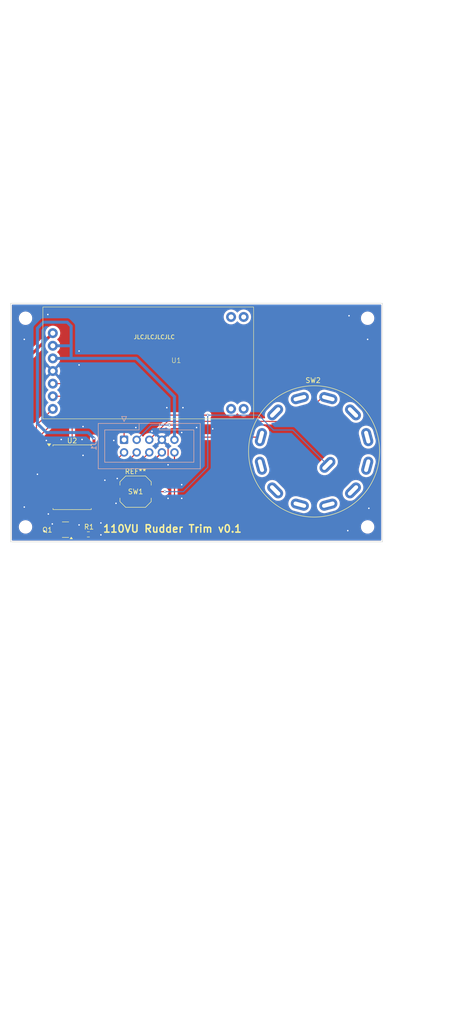
<source format=kicad_pcb>
(kicad_pcb
	(version 20240108)
	(generator "pcbnew")
	(generator_version "8.0")
	(general
		(thickness 1.6)
		(legacy_teardrops no)
	)
	(paper "A4" portrait)
	(layers
		(0 "F.Cu" signal)
		(31 "B.Cu" signal)
		(34 "B.Paste" user)
		(35 "F.Paste" user)
		(36 "B.SilkS" user "B.Silkscreen")
		(37 "F.SilkS" user "F.Silkscreen")
		(38 "B.Mask" user)
		(39 "F.Mask" user)
		(42 "Eco1.User" user "User.Ref")
		(44 "Edge.Cuts" user)
		(45 "Margin" user)
		(46 "B.CrtYd" user "B.Courtyard")
		(47 "F.CrtYd" user "F.Courtyard")
		(48 "B.Fab" user)
		(49 "F.Fab" user)
	)
	(setup
		(stackup
			(layer "F.SilkS"
				(type "Top Silk Screen")
				(color "White")
			)
			(layer "F.Paste"
				(type "Top Solder Paste")
			)
			(layer "F.Mask"
				(type "Top Solder Mask")
				(color "Black")
				(thickness 0.01)
			)
			(layer "F.Cu"
				(type "copper")
				(thickness 0.035)
			)
			(layer "dielectric 1"
				(type "core")
				(thickness 1.51)
				(material "FR4")
				(epsilon_r 4.5)
				(loss_tangent 0.02)
			)
			(layer "B.Cu"
				(type "copper")
				(thickness 0.035)
			)
			(layer "B.Mask"
				(type "Bottom Solder Mask")
				(color "Black")
				(thickness 0.01)
			)
			(layer "B.Paste"
				(type "Bottom Solder Paste")
			)
			(layer "B.SilkS"
				(type "Bottom Silk Screen")
				(color "White")
			)
			(copper_finish "None")
			(dielectric_constraints yes)
		)
		(pad_to_mask_clearance 0)
		(allow_soldermask_bridges_in_footprints no)
		(pcbplotparams
			(layerselection 0x00010fc_ffffffff)
			(plot_on_all_layers_selection 0x0000000_00000000)
			(disableapertmacros no)
			(usegerberextensions no)
			(usegerberattributes yes)
			(usegerberadvancedattributes yes)
			(creategerberjobfile yes)
			(dashed_line_dash_ratio 12.000000)
			(dashed_line_gap_ratio 3.000000)
			(svgprecision 4)
			(plotframeref no)
			(viasonmask no)
			(mode 1)
			(useauxorigin no)
			(hpglpennumber 1)
			(hpglpenspeed 20)
			(hpglpendiameter 15.000000)
			(pdf_front_fp_property_popups yes)
			(pdf_back_fp_property_popups yes)
			(dxfpolygonmode yes)
			(dxfimperialunits yes)
			(dxfusepcbnewfont yes)
			(psnegative no)
			(psa4output no)
			(plotreference yes)
			(plotvalue yes)
			(plotfptext yes)
			(plotinvisibletext no)
			(sketchpadsonfab no)
			(subtractmaskfromsilk no)
			(outputformat 1)
			(mirror no)
			(drillshape 0)
			(scaleselection 1)
			(outputdirectory "manufacturing/")
		)
	)
	(net 0 "")
	(net 1 "+3V3")
	(net 2 "/Rudder Reset")
	(net 3 "/Trim Left")
	(net 4 "GND")
	(net 5 "/SPI_CS")
	(net 6 "/Trim Right")
	(net 7 "VBUS")
	(net 8 "/SPI_CLK")
	(net 9 "/SPI_DATA")
	(net 10 "/Display PWM")
	(net 11 "Net-(Q1-D)")
	(net 12 "unconnected-(SW2-Pad2)")
	(net 13 "unconnected-(SW2-Pad9)")
	(net 14 "unconnected-(SW2-Pad12)")
	(net 15 "unconnected-(SW2-Pad1)")
	(net 16 "unconnected-(SW2-Pad6)")
	(net 17 "unconnected-(SW2-Pad4)")
	(net 18 "unconnected-(SW2-Pad11)")
	(net 19 "unconnected-(SW2-Pad5)")
	(net 20 "unconnected-(SW2-Pad3)")
	(net 21 "unconnected-(SW2-Pad8)")
	(net 22 "Net-(U1-DI)")
	(net 23 "Net-(U1-CLK)")
	(net 24 "Net-(U1-CS)")
	(footprint "MountingHole:MountingHole_2.2mm_M2" (layer "F.Cu") (at 78 150))
	(footprint "Package_TO_SOT_SMD:SOT-23" (layer "F.Cu") (at 86.0625 150.55 180))
	(footprint "NiasStuff:C&K_Rotary_Switches" (layer "F.Cu") (at 136.2 134.8 -90))
	(footprint "Package_SO:SOP-20_7.5x12.8mm_P1.27mm" (layer "F.Cu") (at 87.4 140))
	(footprint "MountingHole:MountingHole_2.2mm_M2" (layer "F.Cu") (at 147 150))
	(footprint "Button_Switch_SMD:SW_Push_1TS009xxxx-xxxx-xxxx_6x6x5mm" (layer "F.Cu") (at 100.2 142.9))
	(footprint "Resistor_SMD:R_0603_1608Metric" (layer "F.Cu") (at 90.675 151.5 180))
	(footprint "MountingHole:MountingHole_2.2mm_M2" (layer "F.Cu") (at 78 108))
	(footprint "Kav_Simulations:Rudder_Trim" (layer "F.Cu") (at 81.5 128.24))
	(footprint "MountingHole:MountingHole_2.2mm_M2" (layer "F.Cu") (at 147 108))
	(footprint "Connector_IDC:IDC-Header_2x05_P2.54mm_Vertical" (layer "B.Cu") (at 97.88 132.46 -90))
	(gr_line
		(start 75 153)
		(end 75 105)
		(stroke
			(width 0.1)
			(type default)
		)
		(layer "Edge.Cuts")
		(uuid "1ef9f79b-2156-4242-81aa-3b5da0bf9cb8")
	)
	(gr_line
		(start 75 105)
		(end 150 105)
		(stroke
			(width 0.1)
			(type default)
		)
		(layer "Edge.Cuts")
		(uuid "4cbd6cee-cf46-42e2-b399-a483b75f63bd")
	)
	(gr_line
		(start 150 105)
		(end 150 153)
		(stroke
			(width 0.1)
			(type default)
		)
		(layer "Edge.Cuts")
		(uuid "667c2e00-654c-44ed-af14-b2ed9beeaa97")
	)
	(gr_line
		(start 150 153)
		(end 75 153)
		(stroke
			(width 0.1)
			(type default)
		)
		(layer "Edge.Cuts")
		(uuid "9b828d92-a3c1-437c-95cb-35de8574945c")
	)
	(gr_line
		(start 73 250)
		(end 73 44)
		(stroke
			(width 0.1)
			(type default)
		)
		(layer "F.Fab")
		(uuid "00f436f1-ba70-43f6-8a9c-3e3a830cdb47")
	)
	(gr_line
		(start 73 44)
		(end 165 44)
		(stroke
			(width 0.1)
			(type default)
		)
		(layer "F.Fab")
		(uuid "07832c9b-84c9-4dde-97cb-66f08ae2ba25")
	)
	(gr_line
		(start 165 250)
		(end 73 250)
		(stroke
			(width 0.1)
			(type default)
		)
		(layer "F.Fab")
		(uuid "6630ed24-6e78-4c40-845b-77ff025db817")
	)
	(gr_line
		(start 165 44)
		(end 165 250)
		(stroke
			(width 0.1)
			(type default)
		)
		(layer "F.Fab")
		(uuid "ef809a89-e430-4a6c-9b13-7503cb22f357")
	)
	(gr_text "JLCJLCJLCJLC"
		(at 99.75 112.25 0)
		(layer "F.SilkS")
		(uuid "1ffdee03-30f2-4c01-ae19-8a111dc4de0d")
		(effects
			(font
				(size 0.8 0.8)
				(thickness 0.15)
			)
			(justify left bottom)
		)
	)
	(gr_text "110VU Rudder Trim v0.1"
		(at 93.5 151.25 0)
		(layer "F.SilkS")
		(uuid "2633c29e-bd08-4e8e-b5d4-f511e9ce61ad")
		(effects
			(font
				(size 1.5 1.5)
				(thickness 0.3)
				(bold yes)
			)
			(justify left bottom)
		)
	)
	(segment
		(start 97.88 131.12)
		(end 101.25 127.75)
		(width 0.2)
		(layer "F.Cu")
		(net 1)
		(uuid "044cc73e-70a8-438d-b842-62fd60d7913f")
	)
	(segment
		(start 101.25 127.75)
		(end 101.5 127.5)
		(width 0.2)
		(layer "F.Cu")
		(net 1)
		(uuid "459b4216-66ea-4c6c-be05-2d8ed7abf8b3")
	)
	(segment
		(start 106.1 142.9)
		(end 103.2 142.9)
		(width 0.2)
		(layer "F.Cu")
		(net 1)
		(uuid "58d22065-4ddf-41e0-be85-06c29dd6d9a5")
	)
	(segment
		(start 97.88 132.46)
		(end 97.88 131.12)
		(width 0.2)
		(layer "F.Cu")
		(net 1)
		(uuid "70828d70-1776-484f-8c24-b13dd3bbdb1b")
	)
	(segment
		(start 101.5 127.5)
		(end 114.75 127.5)
		(width 0.2)
		(layer "F.Cu")
		(net 1)
		(uuid "d55a0b83-b7ba-492e-bdeb-f3cf74ad19bd")
	)
	(via
		(at 106.1 142.9)
		(size 0.5)
		(drill 0.3)
		(layers "F.Cu" "B.Cu")
		(net 1)
		(uuid "04c1f368-d74a-4512-a1d4-8594515679cc")
	)
	(via
		(at 114.75 127.5)
		(size 0.5)
		(drill 0.3)
		(layers "F.Cu" "B.Cu")
		(net 1)
		(uuid "74f044a1-9d99-4c61-a5d7-60cb39d821be")
	)
	(segment
		(start 114.75 138)
		(end 114.75 127.5)
		(width 0.2)
		(layer "B.Cu")
		(net 1)
		(uuid "4743e2d1-c878-4871-ba80-9491d2464d6b")
	)
	(segment
		(start 109.85 142.9)
		(end 114.75 138)
		(width 0.2)
		(layer "B.Cu")
		(net 1)
		(uuid "4c7815c5-bbb6-41ec-8d3f-57d7cb5a4a4e")
	)
	(segment
		(start 125 127.5)
		(end 128 130.5)
		(width 0.2)
		(layer "B.Cu")
		(net 1)
		(uuid "5a81ab20-6db5-4214-835b-efa986f9bed1")
	)
	(segment
		(start 114.75 127.5)
		(end 125 127.5)
		(width 0.2)
		(layer "B.Cu")
		(net 1)
		(uuid "6658592a-7e67-4b69-a91a-22054b5782d0")
	)
	(segment
		(start 128 130.5)
		(end 131.9 130.5)
		(width 0.2)
		(layer "B.Cu")
		(net 1)
		(uuid "71388d22-8875-46b7-b373-36051eacd158")
	)
	(segment
		(start 106.1 142.9)
		(end 109.85 142.9)
		(width 0.2)
		(layer "B.Cu")
		(net 1)
		(uuid "8bf021f2-12f7-4163-bac2-2bd178bb13ca")
	)
	(segment
		(start 131.9 130.5)
		(end 138.9 137.5)
		(width 0.2)
		(layer "B.Cu")
		(net 1)
		(uuid "9bb14d95-00c9-4cec-85b4-3b7562b6cd1e")
	)
	(segment
		(start 105.5 135)
		(end 97.6 142.9)
		(width 0.25)
		(layer "F.Cu")
		(net 2)
		(uuid "6cdbb603-4d06-4ed0-98db-012b5328aa5b")
	)
	(segment
		(start 97.6 142.9)
		(end 97.2 142.9)
		(width 0.25)
		(layer "F.Cu")
		(net 2)
		(uuid "c40b2332-82af-4acf-9971-6ff63acc58a6")
	)
	(segment
		(start 107 129.5)
		(end 110.25 129.5)
		(width 0.2)
		(layer "F.Cu")
		(net 3)
		(uuid "342c0b09-9eaa-42ee-a2bd-93b6f7a0a910")
	)
	(segment
		(start 112.677109 131.927109)
		(end 125.478224 131.927109)
		(width 0.2)
		(layer "F.Cu")
		(net 3)
		(uuid "b7bddc86-0a4a-4881-a2ea-902e7ed16b38")
	)
	(segment
		(start 110.25 129.5)
		(end 112.677109 131.927109)
		(width 0.2)
		(layer "F.Cu")
		(net 3)
		(uuid "f4f9aeb2-6b26-4972-862a-775a4aa230d5")
	)
	(via
		(at 107 129.5)
		(size 0.5)
		(drill 0.3)
		(layers "F.Cu" "B.Cu")
		(net 3)
		(uuid "8d6cb0df-b718-4793-ad8b-af0cde4e42af")
	)
	(segment
		(start 103.38 129.5)
		(end 100.42 132.46)
		(width 0.2)
		(layer "B.Cu")
		(net 3)
		(uuid "78405b0d-94f5-4146-8b76-f63d745e3327")
	)
	(segment
		(start 107 129.5)
		(end 103.38 129.5)
		(width 0.2)
		(layer "B.Cu")
		(net 3)
		(uuid "94dd54be-87a2-49a0-bf00-cf483ee340e8")
	)
	(segment
		(start 106.75 133.71)
		(end 106.75 137.5)
		(width 0.2)
		(layer "F.Cu")
		(net 4)
		(uuid "9e9c2029-f242-4895-bf65-1be777355518")
	)
	(segment
		(start 105.5 132.46)
		(end 106.75 133.71)
		(width 0.2)
		(layer "F.Cu")
		(net 4)
		(uuid "c5836df1-f8f2-4ce7-900f-a75a3c76cacb")
	)
	(via
		(at 96.5 140.25)
		(size 0.5)
		(drill 0.3)
		(layers "F.Cu" "B.Cu")
		(free yes)
		(net 4)
		(uuid "0891dac1-967c-4c60-ab58-2838858558ad")
	)
	(via
		(at 77.75 112.25)
		(size 0.5)
		(drill 0.3)
		(layers "F.Cu" "B.Cu")
		(free yes)
		(net 4)
		(uuid "0c2a51e9-b7df-43e5-b76e-36a987b83e1e")
	)
	(via
		(at 109.5 131)
		(size 0.5)
		(drill 0.3)
		(layers "F.Cu" "B.Cu")
		(free yes)
		(net 4)
		(uuid "0cbf25ca-be14-4f97-bd35-8db00e8e3c6a")
	)
	(via
		(at 109.5 141.5)
		(size 0.5)
		(drill 0.3)
		(layers "F.Cu" "B.Cu")
		(free yes)
		(net 4)
		(uuid "11580947-1641-4a37-b7cc-13db71fc0299")
	)
	(via
		(at 88.8 114.6)
		(size 0.5)
		(drill 0.3)
		(layers "F.Cu" "B.Cu")
		(free yes)
		(net 4)
		(uuid "11d6e1bf-da9c-4081-88a6-f2ddd14c095a")
	)
	(via
		(at 106.75 137.5)
		(size 0.5)
		(drill 0.3)
		(layers "F.Cu" "B.Cu")
		(net 4)
		(uuid "24dd56b4-21e5-4f1d-a4c3-0f22b28422f8")
	)
	(via
		(at 89.6 129.8)
		(size 0.5)
		(drill 0.3)
		(layers "F.Cu" "B.Cu")
		(free yes)
		(net 4)
		(uuid "26ac7489-0242-41f2-b26b-29216208e5dd")
	)
	(via
		(at 77.75 146)
		(size 0.5)
		(drill 0.3)
		(layers "F.Cu" "B.Cu")
		(free yes)
		(net 4)
		(uuid "2aa9dd81-24a8-411c-a894-45a6ef832e7a")
	)
	(via
		(at 109.75 126)
		(size 0.5)
		(drill 0.3)
		(layers "F.Cu" "B.Cu")
		(free yes)
		(net 4)
		(uuid "31316768-f479-475d-889a-549abb997116")
	)
	(via
		(at 143.25 107.5)
		(size 0.5)
		(drill 0.3)
		(layers "F.Cu" "B.Cu")
		(free yes)
		(net 4)
		(uuid "429d2ee3-92e4-4327-9c58-8b17b2729167")
	)
	(via
		(at 100.25 130)
		(size 0.5)
		(drill 0.3)
		(layers "F.Cu" "B.Cu")
		(free yes)
		(net 4)
		(uuid "499cea3c-d36c-45ae-beeb-7ce8e67cb832")
	)
	(via
		(at 88.8 117.4)
		(size 0.5)
		(drill 0.3)
		(layers "F.Cu" "B.Cu")
		(free yes)
		(net 4)
		(uuid "4d2a3dde-94fa-46d9-917e-356cecbed038")
	)
	(via
		(at 93.2 151.6)
		(size 0.5)
		(drill 0.3)
		(layers "F.Cu" "B.Cu")
		(free yes)
		(net 4)
		(uuid "5b037f38-b0ed-4589-811a-a82cdcf0ca5b")
	)
	(via
		(at 82.2 132.6)
		(size 0.5)
		(drill 0.3)
		(layers "F.Cu" "B.Cu")
		(free yes)
		(net 4)
		(uuid "62dc7de1-6141-4590-950b-1b9d78e3f4c0")
	)
	(via
		(at 81.8 150.8)
		(size 0.5)
		(drill 0.3)
		(layers "F.Cu" "B.Cu")
		(free yes)
		(net 4)
		(uuid "6a3f8e41-c1ce-4b1f-93c0-b545918bfbec")
	)
	(via
		(at 83.4 149.4)
		(size 0.5)
		(drill 0.3)
		(layers "F.Cu" "B.Cu")
		(free yes)
		(net 4)
		(uuid "74638f8e-bd01-4373-a416-940ddab0f6c5")
	)
	(via
		(at 143 150.75)
		(size 0.5)
		(drill 0.3)
		(layers "F.Cu" "B.Cu")
		(free yes)
		(net 4)
		(uuid "7fdcc7ef-aaac-49f0-a207-9e0f64916897")
	)
	(via
		(at 96.25 145.25)
		(size 0.5)
		(drill 0.3)
		(layers "F.Cu" "B.Cu")
		(free yes)
		(net 4)
		(uuid "96329a03-e04f-40e8-bbca-86237c24b710")
	)
	(via
		(at 88.8 149.6)
		(size 0.5)
		(drill 0.3)
		(layers "F.Cu" "B.Cu")
		(free yes)
		(net 4)
		(uuid "983bb222-fe74-419e-bfc4-2716b7d1f893")
	)
	(via
		(at 106.5 126)
		(size 0.5)
		(drill 0.3)
		(layers "F.Cu" "B.Cu")
		(free yes)
		(net 4)
		(uuid "9c19a06f-bb21-48ea-9d78-d8bd23f0c22c")
	)
	(via
		(at 103.5 130.75)
		(size 0.5)
		(drill 0.3)
		(layers "F.Cu" "B.Cu")
		(free yes)
		(net 4)
		(uuid "a7200280-aee5-4af8-9aae-3cf267f47374")
	)
	(via
		(at 109.5 144.25)
		(size 0.5)
		(drill 0.3)
		(layers "F.Cu" "B.Cu")
		(free yes)
		(net 4)
		(uuid "b760f707-798a-4e90-a995-b89f1bef62de")
	)
	(via
		(at 80.4 139.4)
		(size 0.5)
		(drill 0.3)
		(layers "F.Cu" "B.Cu")
		(free yes)
		(net 4)
		(uuid "bb2a5f07-3f7e-46e9-9268-4d8ca6603d1e")
	)
	(via
		(at 89.6 135.6)
		(size 0.5)
		(drill 0.3)
		(layers "F.Cu" "B.Cu")
		(free yes)
		(net 4)
		(uuid "c8c45ee8-9278-4113-bcd4-fb1cdcd4068f")
	)
	(via
		(at 89.4 132.4)
		(size 0.5)
		(drill 0.3)
		(layers "F.Cu" "B.Cu")
		(free yes)
		(net 4)
		(uuid "cd193330-f2d9-4094-9db1-7cb3b9ec073c")
	)
	(via
		(at 106.75 144.25)
		(size 0.5)
		(drill 0.3)
		(layers "F.Cu" "B.Cu")
		(free yes)
		(net 4)
		(uuid "d3f2021a-c835-49e0-8a0e-a3b6b5074e8d")
	)
	(via
		(at 85.2 132.4)
		(size 0.5)
		(drill 0.3)
		(layers "F.Cu" "B.Cu")
		(free yes)
		(net 4)
		(uuid "daf7a400-fe54-4afa-b172-ad78a4874b5e")
	)
	(via
		(at 115.75 130.25)
		(size 0.5)
		(drill 0.3)
		(layers "F.Cu" "B.Cu")
		(free yes)
		(net 4)
		(uuid "dea1b261-7e27-4243-a009-d9768f7cf401")
	)
	(via
		(at 82.5 107.25)
		(size 0.5)
		(drill 0.3)
		(layers "F.Cu" "B.Cu")
		(free yes)
		(net 4)
		(uuid "e0e08d1c-d10a-4677-956a-6a6cc0bab1d3")
	)
	(via
		(at 82.6 147.4)
		(size 0.5)
		(drill 0.3)
		(layers "F.Cu" "B.Cu")
		(free yes)
		(net 4)
		(uuid "e4014d2f-dbc9-4e43-9955-c11c6f2794b8")
	)
	(via
		(at 147.25 146.25)
		(size 0.5)
		(drill 0.3)
		(layers "F.Cu" "B.Cu")
		(free yes)
		(net 4)
		(uuid "e97bf121-1736-4725-8039-04208f3847b3")
	)
	(via
		(at 147 112.25)
		(size 0.5)
		(drill 0.3)
		(layers "F.Cu" "B.Cu")
		(free yes)
		(net 4)
		(uuid "e9ebd796-f194-41e7-bffb-0db4acb418c3")
	)
	(via
		(at 94 140.6)
		(size 0.5)
		(drill 0.3)
		(layers "F.Cu" "B.Cu")
		(free yes)
		(net 4)
		(uuid "ed73d580-4d6e-4e11-84b1-db4e3a8e1e56")
	)
	(via
		(at 93.2 149.2)
		(size 0.5)
		(drill 0.3)
		(layers "F.Cu" "B.Cu")
		(free yes)
		(net 4)
		(uuid "f52df6c0-105b-4201-bd2b-53dbfef401d0")
	)
	(via
		(at 95.8 132.6)
		(size 0.5)
		(drill 0.3)
		(layers "F.Cu" "B.Cu")
		(free yes)
		(net 4)
		(uuid "f5da79ce-9c8b-46c7-83bd-808c7de3db95")
	)
	(via
		(at 112.5 130)
		(size 0.5)
		(drill 0.3)
		(layers "F.Cu" "B.Cu")
		(free yes)
		(net 4)
		(uuid "fba49ec1-e541-4b69-9289-ad8e2cabaad2")
	)
	(segment
		(start 102.96 135)
		(end 98.595 139.365)
		(width 0.2)
		(layer "F.Cu")
		(net 5)
		(uuid "78c3db8f-bd70-4c8d-90ff-918e6765dd61")
	)
	(segment
		(start 98.595 139.365)
		(end 92 139.365)
		(width 0.2)
		(layer "F.Cu")
		(net 5)
		(uuid "aed4ce6b-26ed-42ef-96a2-d9983ab6bb96")
	)
	(segment
		(start 132.970844 128.779156)
		(end 127.241834 128.779156)
		(width 0.2)
		(layer "F.Cu")
		(net 6)
		(uuid "1cc45de1-9c45-433a-b67a-8ce048da438d")
	)
	(segment
		(start 139.072891 124.078224)
		(end 137.671776 124.078224)
		(width 0.2)
		(layer "F.Cu")
		(net 6)
		(uuid "450aa06c-29b8-4ae0-9630-8e816a92c227")
	)
	(segment
		(start 106.67 128.75)
		(end 102.96 132.46)
		(width 0.2)
		(layer "F.Cu")
		(net 6)
		(uuid "62fb90ac-233d-408d-8f25-b35786e9e18f")
	)
	(segment
		(start 127.241834 128.779156)
		(end 127.212678 128.75)
		(width 0.2)
		(layer "F.Cu")
		(net 6)
		(uuid "6eb9fe7a-36bc-4a36-ac04-44e23b611965")
	)
	(segment
		(start 137.671776 124.078224)
		(end 132.970844 128.779156)
		(width 0.2)
		(layer "F.Cu")
		(net 6)
		(uuid "cb29445f-df95-4b19-98a7-bdaf87490429")
	)
	(segment
		(start 127.212678 128.75)
		(end 106.67 128.75)
		(width 0.2)
		(layer "F.Cu")
		(net 6)
		(uuid "eb57b387-656c-43e9-9bc0-289012e60d64")
	)
	(segment
		(start 91.8 132.2)
		(end 91.8 134.085)
		(width 0.6)
		(layer "F.Cu")
		(net 7)
		(uuid "2f654d35-a470-4e07-971a-f4f877b3b99b")
	)
	(segment
		(start 91.8 134.085)
		(end 92 134.285)
		(width 0.6)
		(layer "F.Cu")
		(net 7)
		(uuid "e64425d0-7a56-4e7a-b8e3-554bee2d239b")
	)
	(via
		(at 91.8 132.2)
		(size 0.5)
		(drill 0.3)
		(layers "F.Cu" "B.Cu")
		(net 7)
		(uuid "76d4f271-2d27-4ba5-bd83-6e07cafcee38")
	)
	(segment
		(start 90.6 131)
		(end 91.8 132.2)
		(width 0.6)
		(layer "B.Cu")
		(net 7)
		(uuid "1419bd1f-c082-4eba-b584-e0f8933b8301")
	)
	(segment
		(start 87.06 113.54)
		(end 87.2 113.4)
		(width 0.6)
		(layer "B.Cu")
		(net 7)
		(uuid "1a764e94-aff2-4442-8499-e7615c398fa9")
	)
	(segment
		(start 80.4 129.2)
		(end 82.2 131)
		(width 0.6)
		(layer "B.Cu")
		(net 7)
		(uuid "2fda81a1-3a5b-4cf5-8abf-ea6f35c81f38")
	)
	(segment
		(start 87.2 109.6)
		(end 86.4 108.8)
		(width 0.6)
		(layer "B.Cu")
		(net 7)
		(uuid "392cff09-2eb8-4ed6-97f9-a56b1c404487")
	)
	(segment
		(start 86.4 108.8)
		(end 81.6 108.8)
		(width 0.6)
		(layer "B.Cu")
		(net 7)
		(uuid "40deea8b-e897-4004-b037-389473470473")
	)
	(segment
		(start 80.4 110)
		(end 80.4 110.2)
		(width 0.6)
		(layer "B.Cu")
		(net 7)
		(uuid "5d20d7b2-2d3f-40a1-9bca-928fb14adbf4")
	)
	(segment
		(start 87.2 114.6)
		(end 87.2 116.08)
		(width 0.6)
		(layer "B.Cu")
		(net 7)
		(uuid "6878075d-2ac5-4504-8daf-4813e2a6accb")
	)
	(segment
		(start 81.6 108.8)
		(end 80.4 110)
		(width 0.6)
		(layer "B.Cu")
		(net 7)
		(uuid "6b881c1c-4c3d-4179-ad1a-6142f4dcf4d8")
	)
	(segment
		(start 89.6 131)
		(end 90.6 131)
		(width 0.6)
		(layer "B.Cu")
		(net 7)
		(uuid "6ed71107-4f6e-4513-9021-de58e5b3c8cc")
	)
	(segment
		(start 108.04 132.46)
		(end 108.04 123.79)
		(width 0.6)
		(layer "B.Cu")
		(net 7)
		(uuid "7ab8246f-97ba-453c-8bd6-9d5e1812266f")
	)
	(segment
		(start 87.2 113.4)
		(end 87.2 109.6)
		(width 0.6)
		(layer "B.Cu")
		(net 7)
		(uuid "8d06bb23-f4d2-4a15-afd6-af2909b817f6")
	)
	(segment
		(start 80.4 110.2)
		(end 80.4 129.2)
		(width 0.6)
		(layer "B.Cu")
		(net 7)
		(uuid "99015a87-7a3b-46f6-930b-18447ec74539")
	)
	(segment
		(start 108.04 123.79)
		(end 100.33 116.08)
		(width 0.6)
		(layer "B.Cu")
		(net 7)
		(uuid "c343774f-b63a-408f-b198-0b59db1a30d9")
	)
	(segment
		(start 87.2 114.6)
		(end 87.2 113.4)
		(width 0.6)
		(layer "B.Cu")
		(net 7)
		(uuid "c76951bd-ce0f-4e24-bcd3-46a947f2cd16")
	)
	(segment
		(start 82.2 131)
		(end 89.6 131)
		(width 0.6)
		(layer "B.Cu")
		(net 7)
		(uuid "d0b6334b-c149-4938-9ba9-52beabe39768")
	)
	(segment
		(start 83.5 113.54)
		(end 87.06 113.54)
		(width 0.6)
		(layer "B.Cu")
		(net 7)
		(uuid "d8169f43-7e06-4ef0-b1fd-b8337f57cac7")
	)
	(segment
		(start 100.33 116.08)
		(end 87.2 116.08)
		(width 0.6)
		(layer "B.Cu")
		(net 7)
		(uuid "d8586928-47a2-4cd0-b319-ec283e4df51b")
	)
	(segment
		(start 87.2 116.08)
		(end 83.5 116.08)
		(width 0.6)
		(layer "B.Cu")
		(net 7)
		(uuid "e7512d2e-e6eb-4f9f-9ea6-e42b16f60503")
	)
	(segment
		(start 97.325 138.095)
		(end 92 138.095)
		(width 0.2)
		(layer "F.Cu")
		(net 8)
		(uuid "ba0acef7-9a0a-466b-b538-9c18704903cd")
	)
	(segment
		(start 100.42 135)
		(end 97.325 138.095)
		(width 0.2)
		(layer "F.Cu")
		(net 8)
		(uuid "f13e8e08-a0c2-4327-8e9f-c1fa2d8b0468")
	)
	(segment
		(start 96.055 136.825)
		(end 92 136.825)
		(width 0.2)
		(layer "F.Cu")
		(net 9)
		(uuid "45fdb6e3-4f51-4980-981a-3a54ba6e3463")
	)
	(segment
		(start 97.88 135)
		(end 96.055 136.825)
		(width 0.2)
		(layer "F.Cu")
		(net 9)
		(uuid "b4135139-6ed2-43cf-9462-da75501bd452")
	)
	(segment
		(start 89.85 150.75)
		(end 90.2 150.4)
		(width 0.25)
		(layer "F.Cu")
		(net 10)
		(uuid "45c4335c-6fb8-46b7-a680-eeccf1b1538c")
	)
	(segment
		(start 90.2 150.4)
		(end 105.6 150.4)
		(width 0.25)
		(layer "F.Cu")
		(net 10)
		(uuid "5352fa63-a194-417d-b3dd-ce6753837246")
	)
	(segment
		(start 89.85 151.5)
		(end 89.85 150.75)
		(width 0.25)
		(layer "F.Cu")
		(net 10)
		(uuid "580446bb-783b-4ab7-8dec-8545022cd21d")
	)
	(segment
		(start 105.6 150.4)
		(end 108.04 147.96)
		(width 0.25)
		(layer "F.Cu")
		(net 10)
		(uuid "6e4a5b62-26f1-4835-9999-e0f97615180f")
	)
	(segment
		(start 108.04 147.96)
		(end 108.04 135)
		(width 0.25)
		(layer "F.Cu")
		(net 10)
		(uuid "7fd018c1-cd03-4fd8-a546-caa34ee08d24")
	)
	(segment
		(start 87 151.5)
		(end 89.85 151.5)
		(width 0.25)
		(layer "F.Cu")
		(net 10)
		(uuid "b6d7e31e-0125-4d41-a87c-e36047e4c24d")
	)
	(segment
		(start 78.8 146.2)
		(end 83.15 150.55)
		(width 0.6)
		(layer "F.Cu")
		(net 11)
		(uuid "66e472e5-b9b5-4f29-a9e0-d363b6287b7d")
	)
	(segment
		(start 83.5 111)
		(end 78.8 115.7)
		(width 0.6)
		(layer "F.Cu")
		(net 11)
		(uuid "7f952010-f3bd-4bb4-b76f-3cae8e754be6")
	)
	(segment
		(start 78.8 115.7)
		(end 78.8 146.2)
		(width 0.6)
		(layer "F.Cu")
		(net 11)
		(uuid "9b7310d9-2a7d-43e9-952a-cc999bf78bef")
	)
	(segment
		(start 83.15 150.55)
		(end 85.125 150.55)
		(width 0.6)
		(layer "F.Cu")
		(net 11)
		(uuid "e8ff05b3-03dd-4f4b-9400-84228d546c4c")
	)
	(segment
		(start 82.8 135.555)
		(end 84.245 135.555)
		(width 0.2)
		(layer "F.Cu")
		(net 22)
		(uuid "5e4f6b76-5030-4c89-b626-eef3daf9575c")
	)
	(segment
		(start 87.4 122)
		(end 86.56 121.16)
		(width 0.2)
		(layer "F.Cu")
		(net 22)
		(uuid "84134a3d-1c42-454a-b781-22a68fccd236")
	)
	(segment
		(start 84.245 135.555)
		(end 87.4 132.4)
		(width 0.2)
		(layer "F.Cu")
		(net 22)
		(uuid "a01f4453-31a9-4f0b-a1c7-9f0c70438347")
	)
	(segment
		(start 86.56 121.16)
		(end 83.5 121.16)
		(width 0.2)
		(layer "F.Cu")
		(net 22)
		(uuid "af942299-6156-4593-a974-05f0236ebd48")
	)
	(segment
		(start 87.4 132.4)
		(end 87.4 122)
		(width 0.2)
		(layer "F.Cu")
		(net 22)
		(uuid "f7650953-6bae-4b34-b001-bd576b03388d")
	)
	(segment
		(start 83.2 129.4)
		(end 85.2 129.4)
		(width 0.2)
		(layer "F.Cu")
		(net 23)
		(uuid "12ef5d74-e20c-4d51-b480-c032a3b2b972")
	)
	(segment
		(start 85.3 123.7)
		(end 83.5 123.7)
		(width 0.2)
		(layer "F.Cu")
		(net 23)
		(uuid "5fd898a4-a021-4449-ac8d-759153c03c7b")
	)
	(segment
		(start 85.2 129.4)
		(end 86.2 128.4)
		(width 0.2)
		(layer "F.Cu")
		(net 23)
		(uuid "6c7269da-2eb5-4705-aa18-8c95f8bca7b2")
	)
	(segment
		(start 80.8 131.8)
		(end 83.2 129.4)
		(width 0.2)
		(layer "F.Cu")
		(net 23)
		(uuid "6e848491-aefb-41ae-b072-eb5a27b1bec0")
	)
	(segment
		(start 82.8 136.825)
		(end 81.225 136.825)
		(width 0.2)
		(layer "F.Cu")
		(net 23)
		(uuid "7a0aab4a-df68-4817-a5c4-179e5636587a")
	)
	(segment
		(start 86.2 128.4)
		(end 86.2 124.6)
		(width 0.2)
		(layer "F.Cu")
		(net 23)
		(uuid "81216cd8-c848-41c0-8d2e-7d91d1ee55ac")
	)
	(segment
		(start 86.2 124.6)
		(end 85.3 123.7)
		(width 0.2)
		(layer "F.Cu")
		(net 23)
		(uuid "922239a1-ea39-4652-9464-96395363f644")
	)
	(segment
		(start 81.225 136.825)
		(end 80.8 136.4)
		(width 0.2)
		(layer "F.Cu")
		(net 23)
		(uuid "ab68c4cb-3882-485b-8959-8192fcd0e8a2")
	)
	(segment
		(start 80.8 136.4)
		(end 80.8 131.8)
		(width 0.2)
		(layer "F.Cu")
		(net 23)
		(uuid "fbfaa51a-632b-45a5-95fe-dde5f12e84e8")
	)
	(segment
		(start 82.8 138.095)
		(end 81.095 138.095)
		(width 0.2)
		(layer "F.Cu")
		(net 24)
		(uuid "28dbe8f1-fe3f-41eb-baea-8b87d1e4408d")
	)
	(segment
		(start 80.2 137.2)
		(end 80.2 129.54)
		(width 0.2)
		(layer "F.Cu")
		(net 24)
		(uuid "6fffeec5-8b40-4a5e-9fcc-c391db8d631d")
	)
	(segment
		(start 81.095 138.095)
		(end 80.2 137.2)
		(width 0.2)
		(layer "F.Cu")
		(net 24)
		(uuid "7400746c-0403-4a34-9ed6-e4259b974348")
	)
	(segment
		(start 80.2 129.54)
		(end 83.5 126.24)
		(width 0.2)
		(layer "F.Cu")
		(net 24)
		(uuid "f64a8eea-f7d1-4f47-896f-e4b9b58c3dd8")
	)
	(zone
		(net 4)
		(net_name "GND")
		(layers "F&B.Cu")
		(uuid "88fa0b4e-2778-4510-ac2c-b35d6d13b011")
		(hatch edge 0.5)
		(connect_pads
			(clearance 0.5)
		)
		(min_thickness 0.25)
		(filled_areas_thickness no)
		(fill yes
			(thermal_gap 0.5)
			(thermal_bridge_width 0.5)
		)
		(polygon
			(pts
				(xy 150 153) (xy 75 153) (xy 75 105) (xy 150 105)
			)
		)
		(filled_polygon
			(layer "F.Cu")
			(pts
				(xy 86.718834 128.832915) (xy 86.774767 128.874787) (xy 86.799184 128.940251) (xy 86.7995 128.949097)
				(xy 86.7995 132.099901) (xy 86.779815 132.16694) (xy 86.763181 132.187582) (xy 84.419413 134.531349)
				(xy 84.35809 134.564834) (xy 84.288398 134.55985) (xy 84.251352 134.535) (xy 82.674 134.535) (xy 82.606961 134.515315)
				(xy 82.561206 134.462511) (xy 82.55 134.411) (xy 82.55 134.035) (xy 83.05 134.035) (xy 84.247295 134.035)
				(xy 84.247295 134.034998) (xy 84.2471 134.032513) (xy 84.201281 133.874801) (xy 84.117685 133.733447)
				(xy 84.117678 133.733438) (xy 84.001561 133.617321) (xy 84.001552 133.617314) (xy 83.860196 133.533717)
				(xy 83.860193 133.533716) (xy 83.702495 133.4879) (xy 83.702489 133.487899) (xy 83.665649 133.485)
				(xy 83.05 133.485) (xy 83.05 134.035) (xy 82.55 134.035) (xy 82.55 133.485) (xy 81.93435 133.485)
				(xy 81.89751 133.487899) (xy 81.897504 133.4879) (xy 81.739806 133.533716) (xy 81.739803 133.533717)
				(xy 81.591729 133.621288) (xy 81.590711 133.619566) (xy 81.535455 133.641257) (xy 81.466938 133.627572)
				(xy 81.416697 133.579017) (xy 81.4005 133.517742) (xy 81.4005 132.100097) (xy 81.420185 132.033058)
				(xy 81.436819 132.012416) (xy 83.412417 130.036819) (xy 83.47374 130.003334) (xy 83.500098 130.0005)
				(xy 85.113331 130.0005) (xy 85.113347 130.000501) (xy 85.120943 130.000501) (xy 85.279054 130.000501)
				(xy 85.279057 130.000501) (xy 85.431785 129.959577) (xy 85.481904 129.930639) (xy 85.568716 129.88052)
				(xy 85.68052 129.768716) (xy 85.68052 129.768714) (xy 85.690728 129.758507) (xy 85.690729 129.758504)
				(xy 86.58782 128.861415) (xy 86.649142 128.827931)
			)
		)
		(filled_polygon
			(layer "F.Cu")
			(pts
				(xy 105.034075 132.652993) (xy 105.099901 132.767007) (xy 105.192993 132.860099) (xy 105.307007 132.925925)
				(xy 105.37059 132.942962) (xy 104.738625 133.574925) (xy 104.814594 133.628119) (xy 104.858219 133.682696)
				(xy 104.865413 133.752194) (xy 104.83389 133.814549) (xy 104.814595 133.831269) (xy 104.628594 133.961508)
				(xy 104.461505 134.128597) (xy 104.331575 134.314158) (xy 104.276998 134.357783) (xy 104.2075 134.364977)
				(xy 104.145145 134.333454) (xy 104.128425 134.314158) (xy 103.998494 134.128597) (xy 103.831402 133.961506)
				(xy 103.831396 133.961501) (xy 103.645842 133.831575) (xy 103.602217 133.776998) (xy 103.595023 133.7075)
				(xy 103.626546 133.645145) (xy 103.645842 133.628425) (xy 103.722248 133.574925) (xy 103.831401 133.498495)
				(xy 103.998495 133.331401) (xy 104.128732 133.145403) (xy 104.183307 133.10178) (xy 104.252805 133.094586)
				(xy 104.31516 133.126109) (xy 104.33188 133.145405) (xy 104.385073 133.221373) (xy 105.017037 132.589408)
			)
		)
		(filled_polygon
			(layer "F.Cu")
			(pts
				(xy 106.614925 133.221373) (xy 106.668119 133.145405) (xy 106.722696 133.101781) (xy 106.792195 133.094588)
				(xy 106.854549 133.12611) (xy 106.871269 133.145405) (xy 107.001505 133.331401) (xy 107.001506 133.331402)
				(xy 107.168597 133.498493) (xy 107.168603 133.498498) (xy 107.354158 133.628425) (xy 107.397783 133.683002)
				(xy 107.404977 133.7525) (xy 107.373454 133.814855) (xy 107.354158 133.831575) (xy 107.168597 133.961505)
				(xy 107.001505 134.128597) (xy 106.871575 134.314158) (xy 106.816998 134.357783) (xy 106.7475 134.364977)
				(xy 106.685145 134.333454) (xy 106.668425 134.314158) (xy 106.538494 134.128597) (xy 106.371402 133.961506)
				(xy 106.371401 133.961505) (xy 106.185405 133.831269) (xy 106.141781 133.776692) (xy 106.134588 133.707193)
				(xy 106.16611 133.644839) (xy 106.185405 133.628119) (xy 106.261373 133.574925) (xy 105.629409 132.942962)
				(xy 105.692993 132.925925) (xy 105.807007 132.860099) (xy 105.900099 132.767007) (xy 105.965925 132.652993)
				(xy 105.982962 132.58941)
			)
		)
		(filled_polygon
			(layer "F.Cu")
			(pts
				(xy 106.237941 128.120185) (xy 106.283696 128.172989) (xy 106.29364 128.242147) (xy 106.264615 128.305703)
				(xy 106.258583 128.312181) (xy 106.189478 128.381286) (xy 103.44353 131.127233) (xy 103.382207 131.160718)
				(xy 103.323756 131.159327) (xy 103.195413 131.124938) (xy 103.195403 131.124936) (xy 102.960001 131.104341)
				(xy 102.959999 131.104341) (xy 102.724596 131.124936) (xy 102.724586 131.124938) (xy 102.496344 131.186094)
				(xy 102.496335 131.186098) (xy 102.282171 131.285964) (xy 102.282169 131.285965) (xy 102.088597 131.421505)
				(xy 101.921505 131.588597) (xy 101.791575 131.774158) (xy 101.736998 131.817783) (xy 101.6675 131.824977)
				(xy 101.605145 131.793454) (xy 101.588425 131.774158) (xy 101.458494 131.588597) (xy 101.291402 131.421506)
				(xy 101.291395 131.421501) (xy 101.097834 131.285967) (xy 101.09783 131.285965) (xy 101.057777 131.267288)
				(xy 100.883663 131.186097) (xy 100.883659 131.186096) (xy 100.883655 131.186094) (xy 100.655413 131.124938)
				(xy 100.655403 131.124936) (xy 100.420001 131.104341) (xy 100.419999 131.104341) (xy 100.184596 131.124936)
				(xy 100.184586 131.124938) (xy 99.956344 131.186094) (xy 99.956335 131.186098) (xy 99.742171 131.285964)
				(xy 99.742169 131.285965) (xy 99.548597 131.421505) (xy 99.381503 131.588599) (xy 99.380349 131.589975)
				(xy 99.379688 131.590414) (xy 99.377676 131.592427) (xy 99.377271 131.592022) (xy 99.322173 131.628671)
				(xy 99.252312 131.629772) (xy 99.192946 131.592928) (xy 99.167663 131.549265) (xy 99.164814 131.540666)
				(xy 99.072712 131.391344) (xy 98.948656 131.267288) (xy 98.855318 131.209717) (xy 98.808595 131.15777)
				(xy 98.797372 131.088807) (xy 98.825216 131.024725) (xy 98.832723 131.01651) (xy 101.712417 128.136819)
				(xy 101.77374 128.103334) (xy 101.800098 128.1005) (xy 106.170902 128.1005)
			)
		)
		(filled_polygon
			(layer "F.Cu")
			(pts
				(xy 81.957113 113.777477) (xy 82.013046 113.819349) (xy 82.033985 113.863218) (xy 82.075937 114.028882)
				(xy 82.175826 114.256606) (xy 82.311833 114.464782) (xy 82.311836 114.464785) (xy 82.480256 114.647738)
				(xy 82.563008 114.712147) (xy 82.603821 114.768857) (xy 82.607496 114.83863) (xy 82.572864 114.899313)
				(xy 82.563014 114.907848) (xy 82.5044 114.953469) (xy 82.480257 114.972261) (xy 82.311833 115.155217)
				(xy 82.175826 115.363393) (xy 82.075936 115.591118) (xy 82.014892 115.832175) (xy 82.01489 115.832187)
				(xy 81.994357 116.079994) (xy 81.994357 116.080005) (xy 82.01489 116.327812) (xy 82.014892 116.327824)
				(xy 82.075936 116.568881) (xy 82.175826 116.796606) (xy 82.311833 117.004782) (xy 82.311836 117.004785)
				(xy 82.480256 117.187738) (xy 82.480259 117.18774) (xy 82.480262 117.187743) (xy 82.583743 117.268286)
				(xy 82.624556 117.324996) (xy 82.631343 117.373823) (xy 82.629941 117.396389) (xy 83.37059 118.137037)
				(xy 83.307007 118.154075) (xy 83.192993 118.219901) (xy 83.099901 118.312993) (xy 83.034075 118.427007)
				(xy 83.017037 118.490589) (xy 82.276564 117.750116) (xy 82.176267 117.903632) (xy 82.076412 118.131282)
				(xy 82.015387 118.372261) (xy 82.015385 118.37227) (xy 81.994859 118.619994) (xy 81.994859 118.620005)
				(xy 82.015385 118.867729) (xy 82.015387 118.867738) (xy 82.076412 119.108717) (xy 82.176266 119.336364)
				(xy 82.276564 119.489882) (xy 83.017037 118.749409) (xy 83.034075 118.812993) (xy 83.099901 118.927007)
				(xy 83.192993 119.020099) (xy 83.307007 119.085925) (xy 83.37059 119.102962) (xy 82.629942 119.843609)
				(xy 82.631343 119.866177) (xy 82.61585 119.934307) (xy 82.583744 119.971713) (xy 82.480258 120.05226)
				(xy 82.311833 120.235217) (xy 82.175826 120.443393) (xy 82.075936 120.671118) (xy 82.014892 120.912175)
				(xy 82.01489 120.912187) (xy 81.994357 121.159994) (xy 81.994357 121.160005) (xy 82.01489 121.407812)
				(xy 82.014892 121.407824) (xy 82.075936 121.648881) (xy 82.175826 121.876606) (xy 82.311833 122.084782)
				(xy 82.311836 122.084785) (xy 82.480256 122.267738) (xy 82.563008 122.332147) (xy 82.603821 122.388857)
				(xy 82.607496 122.45863) (xy 82.572864 122.519313) (xy 82.563014 122.527848) (xy 82.5044 122.573469)
				(xy 82.480257 122.592261) (xy 82.311833 122.775217) (xy 82.175826 122.983393) (xy 82.075936 123.211118)
				(xy 82.014892 123.452175) (xy 82.01489 123.452187) (xy 81.994357 123.699994) (xy 81.994357 123.700005)
				(xy 82.01489 123.947812) (xy 82.014892 123.947824) (xy 82.075936 124.188881) (xy 82.175826 124.416606)
				(xy 82.311833 124.624782) (xy 82.311836 124.624785) (xy 82.480256 124.807738) (xy 82.563008 124.872147)
				(xy 82.603821 124.928857) (xy 82.607496 124.99863) (xy 82.572864 125.059313) (xy 82.563014 125.067848)
				(xy 82.5044 125.113469) (xy 82.480257 125.132261) (xy 82.311833 125.315217) (xy 82.175826 125.523393)
				(xy 82.075936 125.751118) (xy 82.014892 125.992175) (xy 82.01489 125.992187) (xy 81.994357 126.239994)
				(xy 81.994357 126.240005) (xy 82.01489 126.487812) (xy 82.014892 126.487824) (xy 82.076007 126.729159)
				(xy 82.073382 126.798979) (xy 82.043482 126.84728) (xy 79.831286 129.059478) (xy 79.812181 129.078583)
				(xy 79.750858 129.112068) (xy 79.681166 129.107084) (xy 79.625233 129.065212) (xy 79.600816 128.999748)
				(xy 79.6005 128.990902) (xy 79.6005 116.082939) (xy 79.620185 116.0159) (xy 79.636814 115.995263)
				(xy 81.8261 113.805976) (xy 81.887421 113.772493)
			)
		)
		(filled_polygon
			(layer "F.Cu")
			(pts
				(xy 149.688539 105.274185) (xy 149.734294 105.326989) (xy 149.7455 105.3785) (xy 149.7455 152.6215)
				(xy 149.725815 152.688539) (xy 149.673011 152.734294) (xy 149.6215 152.7455) (xy 75.3785 152.7455)
				(xy 75.311461 152.725815) (xy 75.265706 152.673011) (xy 75.2545 152.6215) (xy 75.2545 149.893399)
				(xy 76.6455 149.893399) (xy 76.6455 150.1066) (xy 76.678853 150.31718) (xy 76.678853 150.317183)
				(xy 76.744734 150.519944) (xy 76.744736 150.519947) (xy 76.841528 150.709913) (xy 76.966846 150.882397)
				(xy 77.117603 151.033154) (xy 77.290087 151.158472) (xy 77.480053 151.255264) (xy 77.480055 151.255265)
				(xy 77.639161 151.306961) (xy 77.682821 151.321147) (xy 77.893399 151.3545) (xy 77.8934 151.3545)
				(xy 78.1066 151.3545) (xy 78.106601 151.3545) (xy 78.317179 151.321147) (xy 78.317182 151.321146)
				(xy 78.317183 151.321146) (xy 78.519944 151.255265) (xy 78.519944 151.255264) (xy 78.519947 151.255264)
				(xy 78.709913 151.158472) (xy 78.882397 151.033154) (xy 79.033154 150.882397) (xy 79.158472 150.709913)
				(xy 79.255264 150.519947) (xy 79.255265 150.519944) (xy 79.321146 150.317183) (xy 79.321146 150.317182)
				(xy 79.321147 150.317179) (xy 79.3545 150.106601) (xy 79.3545 149.893399) (xy 79.321147 149.682821)
				(xy 79.321146 149.682817) (xy 79.321146 149.682816) (xy 79.255265 149.480055) (xy 79.255263 149.480052)
				(xy 79.187732 149.347513) (xy 79.158472 149.290087) (xy 79.033154 149.117603) (xy 78.882397 148.966846)
				(xy 78.709913 148.841528) (xy 78.519947 148.744736) (xy 78.519944 148.744734) (xy 78.317181 148.678853)
				(xy 78.176793 148.656617) (xy 78.106601 148.6455) (xy 77.893399 148.6455) (xy 77.823206 148.656617)
				(xy 77.682819 148.678853) (xy 77.682816 148.678853) (xy 77.480055 148.744734) (xy 77.480052 148.744736)
				(xy 77.290086 148.841528) (xy 77.117601 148.966847) (xy 76.966847 149.117601) (xy 76.841528 149.290086)
				(xy 76.744736 149.480052) (xy 76.744734 149.480055) (xy 76.678853 149.682816) (xy 76.678853 149.682819)
				(xy 76.6455 149.893399) (xy 75.2545 149.893399) (xy 75.2545 115.621153) (xy 77.9995 115.621153)
				(xy 77.9995 146.278846) (xy 78.030261 146.433489) (xy 78.030264 146.433501) (xy 78.090602 146.579172)
				(xy 78.090609 146.579185) (xy 78.17821 146.710288) (xy 78.178213 146.710292) (xy 82.528211 151.060289)
				(xy 82.626393 151.158471) (xy 82.639712 151.17179) (xy 82.770814 151.25939) (xy 82.770827 151.259397)
				(xy 82.916498 151.319735) (xy 82.916503 151.319737) (xy 83.071153 151.350499) (xy 83.071156 151.3505)
				(xy 83.071158 151.3505) (xy 84.471806 151.3505) (xy 85.638 151.3505) (xy 85.705039 151.370185) (xy 85.750794 151.422989)
				(xy 85.762 151.4745) (xy 85.762 151.715701) (xy 85.764901 151.752567) (xy 85.764902 151.752573)
				(xy 85.810754 151.910393) (xy 85.810755 151.910396) (xy 85.894417 152.051862) (xy 85.894423 152.05187)
				(xy 86.010629 152.168076) (xy 86.010633 152.168079) (xy 86.010635 152.168081) (xy 86.152102 152.251744)
				(xy 86.193724 152.263836) (xy 86.309926 152.297597) (xy 86.309929 152.297597) (xy 86.309931 152.297598)
				(xy 86.346806 152.3005) (xy 86.346814 152.3005) (xy 87.653186 152.3005) (xy 87.653194 152.3005)
				(xy 87.690069 152.297598) (xy 87.690071 152.297597) (xy 87.690073 152.297597) (xy 87.731691 152.285505)
				(xy 87.847898 152.251744) (xy 87.989365 152.168081) (xy 87.98937 152.168076) (xy 87.995628 152.161819)
				(xy 88.056951 152.128334) (xy 88.083309 152.1255) (xy 88.973398 152.1255) (xy 89.040437 152.145185)
				(xy 89.079514 152.185349) (xy 89.094528 152.210185) (xy 89.094531 152.210189) (xy 89.214811 152.330469)
				(xy 89.214813 152.33047) (xy 89.214815 152.330472) (xy 89.360394 152.418478) (xy 89.522804 152.469086)
				(xy 89.593384 152.4755) (xy 89.593387 152.4755) (xy 90.106613 152.4755) (xy 90.106616 152.4755)
				(xy 90.177196 152.469086) (xy 90.339606 152.418478) (xy 90.485185 152.330472) (xy 90.587673 152.227983)
				(xy 90.648994 152.194499) (xy 90.718685 152.199483) (xy 90.763034 152.227984) (xy 90.865122 152.330072)
				(xy 91.010604 152.418019) (xy 91.010603 152.418019) (xy 91.172894 152.46859) (xy 91.172893 152.46859)
				(xy 91.243408 152.474998) (xy 91.243426 152.474999) (xy 91.75 152.474999) (xy 91.756581 152.474999)
				(xy 91.827102 152.468591) (xy 91.827107 152.46859) (xy 91.989396 152.418018) (xy 92.134877 152.330072)
				(xy 92.255072 152.209877) (xy 92.343019 152.064395) (xy 92.39359 151.902106) (xy 92.4 151.831572)
				(xy 92.4 151.75) (xy 91.75 151.75) (xy 91.75 152.474999) (xy 91.243426 152.474999) (xy 91.249999 152.474998)
				(xy 91.25 152.474998) (xy 91.25 151.374) (xy 91.269685 151.306961) (xy 91.322489 151.261206) (xy 91.374 151.25)
				(xy 92.399999 151.25) (xy 92.399999 151.168423) (xy 92.399299 151.160716) (xy 92.412839 151.092171)
				(xy 92.461288 151.041827) (xy 92.522791 151.0255) (xy 105.661607 151.0255) (xy 105.722029 151.013481)
				(xy 105.782452 151.001463) (xy 105.782455 151.001461) (xy 105.782458 151.001461) (xy 105.815787 150.987654)
				(xy 105.815786 150.987654) (xy 105.815792 150.987652) (xy 105.896286 150.954312) (xy 105.947509 150.920084)
				(xy 105.998733 150.885858) (xy 106.085858 150.798733) (xy 106.085859 150.798731) (xy 106.092925 150.791665)
				(xy 106.092928 150.791661) (xy 106.99119 149.893399) (xy 145.6455 149.893399) (xy 145.6455 150.1066)
				(xy 145.678853 150.31718) (xy 145.678853 150.317183) (xy 145.744734 150.519944) (xy 145.744736 150.519947)
				(xy 145.841528 150.709913) (xy 145.966846 150.882397) (xy 146.117603 151.033154) (xy 146.290087 151.158472)
				(xy 146.480053 151.255264) (xy 146.480055 151.255265) (xy 146.639161 151.306961) (xy 146.682821 151.321147)
				(xy 146.893399 151.3545) (xy 146.8934 151.3545) (xy 147.1066 151.3545) (xy 147.106601 151.3545)
				(xy 147.317179 151.321147) (xy 147.317182 151.321146) (xy 147.317183 151.321146) (xy 147.519944 151.255265)
				(xy 147.519944 151.255264) (xy 147.519947 151.255264) (xy 147.709913 151.158472) (xy 147.882397 151.033154)
				(xy 148.033154 150.882397) (xy 148.158472 150.709913) (xy 148.255264 150.519947) (xy 148.255265 150.519944)
				(xy 148.321146 150.317183) (xy 148.321146 150.317182) (xy 148.321147 150.317179) (xy 148.3545 150.106601)
				(xy 148.3545 149.893399) (xy 148.321147 149.682821) (xy 148.321146 149.682817) (xy 148.321146 149.682816)
				(xy 148.255265 149.480055) (xy 148.255263 149.480052) (xy 148.187732 149.347513) (xy 148.158472 149.290087)
				(xy 148.033154 149.117603) (xy 147.882397 148.966846) (xy 147.709913 148.841528) (xy 147.519947 148.744736)
				(xy 147.519944 148.744734) (xy 147.317181 148.678853) (xy 147.176793 148.656617) (xy 147.106601 148.6455)
				(xy 146.893399 148.6455) (xy 146.823206 148.656617) (xy 146.682819 148.678853) (xy 146.682816 148.678853)
				(xy 146.480055 148.744734) (xy 146.480052 148.744736) (xy 146.290086 148.841528) (xy 146.117601 148.966847)
				(xy 145.966847 149.117601) (xy 145.841528 149.290086) (xy 145.744736 149.480052) (xy 145.744734 149.480055)
				(xy 145.678853 149.682816) (xy 145.678853 149.682819) (xy 145.6455 149.893399) (xy 106.99119 149.893399)
				(xy 108.438729 148.44586) (xy 108.438733 148.445858) (xy 108.525858 148.358733) (xy 108.560084 148.307509)
				(xy 108.594312 148.256286) (xy 108.641463 148.142451) (xy 108.6655 148.021607) (xy 108.6655 147.898393)
				(xy 108.6655 145.262378) (xy 131.001448 145.262378) (xy 131.001448 145.262385) (xy 131.013808 145.498235)
				(xy 131.013809 145.498244) (xy 131.023813 145.545307) (xy 131.062914 145.729263) (xy 131.095404 145.813903)
				(xy 131.147554 145.949759) (xy 131.147557 145.949764) (xy 131.185837 146.016066) (xy 131.265647 146.154301)
				(xy 131.414283 146.337851) (xy 131.556921 146.466283) (xy 131.589798 146.495885) (xy 131.589803 146.49589)
				(xy 131.787876 146.62452) (xy 131.787881 146.624523) (xy 132.003646 146.720587) (xy 133.873856 147.221708)
				(xy 134.108746 147.246396) (xy 134.344606 147.234035) (xy 134.575629 147.18493) (xy 134.796126 147.100289)
				(xy 135.000667 146.982197) (xy 135.184217 146.833561) (xy 135.342254 146.658043) (xy 135.470889 146.459963)
				(xy 135.566953 146.244198) (xy 135.628082 146.016062) (xy 135.65277 145.781172) (xy 136.74723 145.781172)
				(xy 136.771918 146.016062) (xy 136.833047 146.244198) (xy 136.929111 146.459963) (xy 136.929113 146.459967)
				(xy 137.057743 146.65804) (xy 137.057746 146.658043) (xy 137.215783 146.833561) (xy 137.399333 146.982197)
				(xy 137.603874 147.100289) (xy 137.824371 147.18493) (xy 138.055394 147.234035) (xy 138.291254 147.246396)
				(xy 138.526144 147.221708) (xy 140.396354 146.720587) (xy 140.612119 146.624523) (xy 140.810199 146.495888)
				(xy 140.985717 146.337851) (xy 141.134353 146.154301) (xy 141.252445 145.94976) (xy 141.337086 145.729263)
				(xy 141.386191 145.49824) (xy 141.398552 145.26238) (xy 141.373864 145.02749) (xy 141.312735 144.799354)
				(xy 141.216671 144.583589) (xy 141.216668 144.583584) (xy 141.088038 144.385511) (xy 141.088033 144.385506)
				(xy 140.93 144.209992) (xy 140.911486 144.195) (xy 140.746449 144.061355) (xy 140.746446 144.061353)
				(xy 140.541912 143.943265) (xy 140.541907 143.943262) (xy 140.391308 143.885453) (xy 140.321411 143.858622)
				(xy 140.275206 143.848801) (xy 140.090392 143.809517) (xy 140.090383 143.809516) (xy 139.854533 143.797156)
				(xy 139.854526 143.797156) (xy 139.78241 143.804735) (xy 139.619638 143.821844) (xy 139.619635 143.821844)
				(xy 139.619633 143.821845) (xy 137.74943 144.322964) (xy 137.533658 144.419031) (xy 137.335585 144.547661)
				(xy 137.33558 144.547666) (xy 137.160066 144.705699) (xy 137.011432 144.889246) (xy 137.011427 144.889253)
				(xy 136.893339 145.093787) (xy 136.893336 145.093792) (xy 136.808696 145.314289) (xy 136.759591 145.545307)
				(xy 136.75959 145.545316) (xy 136.74995 145.729263) (xy 136.74723 145.781172) (xy 135.65277 145.781172)
				(xy 135.640409 145.545312) (xy 135.591304 145.314289) (xy 135.506663 145.093792) (xy 135.388571 144.889251)
				(xy 135.239935 144.705701) (xy 135.230811 144.697486) (xy 135.064419 144.547666) (xy 135.064414 144.547661)
				(xy 134.866341 144.419031) (xy 134.866337 144.419029) (xy 134.650572 144.322965) (xy 134.65057 144.322964)
				(xy 132.780366 143.821845) (xy 132.780365 143.821844) (xy 132.780362 143.821844) (xy 132.545472 143.797156)
				(xy 132.545469 143.797156) (xy 132.309616 143.809516) (xy 132.309607 143.809517) (xy 132.078589 143.858622)
				(xy 131.858092 143.943262) (xy 131.858087 143.943265) (xy 131.653553 144.061353) (xy 131.653546 144.061358)
				(xy 131.469999 144.209992) (xy 131.311966 144.385506) (xy 131.311961 144.385511) (xy 131.183331 144.583584)
				(xy 131.087264 144.799356) (xy 131.032447 145.003936) (xy 131.026136 145.02749) (xy 131.012687 145.155453)
				(xy 131.001448 145.262378) (xy 108.6655 145.262378) (xy 108.6655 141.929746) (xy 126.249574 141.929746)
				(xy 126.249574 142.165941) (xy 126.28652 142.399212) (xy 126.359507 142.62384) (xy 126.416376 142.735451)
				(xy 126.466731 142.834278) (xy 126.532643 142.924998) (xy 126.605558 143.025355) (xy 126.605559 143.025356)
				(xy 127.974647 144.394445) (xy 127.974652 144.394449) (xy 127.982981 144.4005) (xy 128.165723 144.533269)
				(xy 128.264472 144.583584) (xy 128.376159 144.640492) (xy 128.376161 144.640492) (xy 128.376164 144.640494)
				(xy 128.496568 144.679615) (xy 128.600787 144.713479) (xy 128.834059 144.750426) (xy 128.834064 144.750426)
				(xy 129.070253 144.750426) (xy 129.199846 144.729899) (xy 129.303525 144.713479) (xy 129.528148 144.640494)
				(xy 129.73859 144.533269) (xy 129.929666 144.394444) (xy 130.096674 144.227436) (xy 130.235499 144.03636)
				(xy 130.342724 143.825918) (xy 130.415709 143.601295) (xy 130.4384 143.458028) (xy 130.452656 143.368023)
				(xy 130.452656 143.131828) (xy 141.947344 143.131828) (xy 141.947344 143.368023) (xy 141.98429 143.601294)
				(xy 142.057277 143.825922) (xy 142.163707 144.034801) (xy 142.164501 144.03636) (xy 142.303327 144.227436)
				(xy 142.470334 144.394443) (xy 142.66141 144.533269) (xy 142.760159 144.583584) (xy 142.871847 144.640492)
				(xy 142.871849 144.640492) (xy 142.871852 144.640494) (xy 142.992256 144.679615) (xy 143.096475 144.713479)
				(xy 143.329747 144.750426) (xy 143.329752 144.750426) (xy 143.565941 144.750426) (xy 143.799212 144.713479)
				(xy 143.856084 144.695) (xy 144.023836 144.640494) (xy 144.234278 144.533269) (xy 144.425354 144.394443)
				(xy 145.794444 143.025354) (xy 145.933269 142.834277) (xy 146.040494 142.623836) (xy 146.113479 142.399212)
				(xy 146.122546 142.341963) (xy 146.150426 142.165941) (xy 146.150426 141.929746) (xy 146.113479 141.696478)
				(xy 146.113479 141.696475) (xy 146.040494 141.471852) (xy 145.933269 141.26141) (xy 145.794444 141.070334)
				(xy 145.627436 140.903326) (xy 145.43636 140.764501) (xy 145.225918 140.657276) (xy 145.001295 140.584291)
				(xy 145.001293 140.58429) (xy 145.001291 140.58429) (xy 144.768023 140.547344) (xy 144.768018 140.547344)
				(xy 144.531834 140.547344) (xy 144.531829 140.547344) (xy 144.298557 140.58429) (xy 144.073929 140.657277)
				(xy 143.863489 140.764503) (xy 143.672422 140.90332) (xy 143.672417 140.903324) (xy 142.303329 142.272413)
				(xy 142.303328 142.272414) (xy 142.164501 142.463491) (xy 142.057277 142.673929) (xy 141.98429 142.898557)
				(xy 141.947344 143.131828) (xy 130.452656 143.131828) (xy 130.415709 142.898557) (xy 130.381845 142.794338)
				(xy 130.342724 142.673934) (xy 130.342722 142.673931) (xy 130.342722 142.673929) (xy 130.261051 142.513642)
				(xy 130.235499 142.463493) (xy 130.123634 142.309523) (xy 130.096679 142.272422) (xy 130.096675 142.272417)
				(xy 128.727586 140.903329) (xy 128.727585 140.903328) (xy 128.727582 140.903326) (xy 128.536508 140.764501)
				(xy 128.32607 140.657277) (xy 128.101442 140.58429) (xy 127.868171 140.547344) (xy 127.868166 140.547344)
				(xy 127.631982 140.547344) (xy 127.631977 140.547344) (xy 127.398705 140.58429) (xy 127.174077 140.657277)
				(xy 126.963639 140.764501) (xy 126.772562 140.903328) (xy 126.605558 141.070332) (xy 126.466731 141.261409)
				(xy 126.359507 141.471847) (xy 126.28652 141.696475) (xy 126.249574 141.929746) (xy 108.6655 141.929746)
				(xy 108.6655 136.891254) (xy 123.753604 136.891254) (xy 123.778292 137.126144) (xy 123.778292 137.126147)
				(xy 123.778293 137.126148) (xy 124.268226 138.954606) (xy 124.279413 138.996354) (xy 124.344219 139.141912)
				(xy 124.375479 139.212123) (xy 124.504109 139.410196) (xy 124.504114 139.410201) (xy 124.657632 139.580701)
				(xy 124.662149 139.585717) (xy 124.845699 139.734353) (xy 125.05024 139.852445) (xy 125.270737 139.937086)
				(xy 125.50176 139.986191) (xy 125.73762 139.998552) (xy 125.97251 139.973864) (xy 126.200646 139.912735)
				(xy 126.416411 139.816671) (xy 126.614491 139.688036) (xy 126.790009 139.529999) (xy 126.938645 139.346449)
				(xy 127.056737 139.141908) (xy 127.141378 138.921411) (xy 127.190483 138.690388) (xy 127.202844 138.454528)
				(xy 127.178156 138.219638) (xy 127.114734 137.982943) (xy 136.798459 137.982943) (xy 136.798459 138.219138)
				(xy 136.835405 138.452409) (xy 136.908392 138.677037) (xy 137.013143 138.882621) (xy 137.015616 138.887475)
				(xy 137.154442 139.078551) (xy 137.321449 139.245558) (xy 137.512525 139.384384) (xy 137.563194 139.410201)
				(xy 137.722962 139.491607) (xy 137.722964 139.491607) (xy 137.722967 139.491609) (xy 137.841119 139.529999)
				(xy 137.94759 139.564594) (xy 138.180862 139.601541) (xy 138.180867 139.601541) (xy 138.417056 139.601541)
				(xy 138.650327 139.564594) (xy 138.874951 139.491609) (xy 139.085393 139.384384) (xy 139.276469 139.245558)
				(xy 140.067502 138.454526) (xy 145.197156 138.454526) (xy 145.197156 138.454533) (xy 145.209516 138.690383)
				(xy 145.209517 138.690392) (xy 145.240711 138.837147) (xy 145.258622 138.921411) (xy 145.271439 138.954801)
				(xy 145.343262 139.141907) (xy 145.343265 139.141912) (xy 145.403104 139.245556) (xy 145.461355 139.346449)
				(xy 145.609991 139.529999) (xy 145.707247 139.617569) (xy 145.785506 139.688033) (xy 145.785511 139.688038)
				(xy 145.920031 139.775396) (xy 145.983589 139.816671) (xy 146.199354 139.912735) (xy 146.42749 139.973864)
				(xy 146.66238 139.998552) (xy 146.89824 139.986191) (xy 147.129263 139.937086) (xy 147.34976 139.852445)
				(xy 147.554301 139.734353) (xy 147.737851 139.585717) (xy 147.895888 139.410199) (xy 148.024523 139.212119)
				(xy 148.120587 138.996354) (xy 148.621708 137.126144) (xy 148.646396 136.891254) (xy 148.634035 136.655394)
				(xy 148.58493 136.424371) (xy 148.500289 136.203874) (xy 148.382197 135.999333) (xy 148.233561 135.815783)
				(xy 148.221586 135.805001) (xy 148.080353 135.677834) (xy 148.058043 135.657746) (xy 148.05804 135.657743)
				(xy 147.859967 135.529113) (xy 147.859963 135.529111) (xy 147.644198 135.433047) (xy 147.644196 135.433046)
				(xy 147.416066 135.371919) (xy 147.416065 135.371918) (xy 147.416062 135.371918) (xy 147.181172 135.34723)
				(xy 147.181169 135.34723) (xy 146.945316 135.35959) (xy 146.945307 135.359591) (xy 146.714289 135.408696)
				(xy 146.493792 135.493336) (xy 146.493787 135.493339) (xy 146.289253 135.611427) (xy 146.289246 135.611432)
				(xy 146.105699 135.760066) (xy 145.947666 135.93558) (xy 145.947661 135.935585) (xy 145.819031 136.133658)
				(xy 145.722964 136.34943) (xy 145.221979 138.219133) (xy 145.221844 138.219638) (xy 145.204735 138.38241)
				(xy 145.197156 138.454526) (xy 140.067502 138.454526) (xy 140.645559 137.876469) (xy 140.784384 137.685392)
				(xy 140.891609 137.474951) (xy 140.964594 137.250327) (xy 140.984263 137.126144) (xy 141.001541 137.017056)
				(xy 141.001541 136.780861) (xy 140.974367 136.609298) (xy 140.964594 136.54759) (xy 140.891609 136.322967)
				(xy 140.784384 136.112525) (xy 140.645559 135.921449) (xy 140.478551 135.754441) (xy 140.287475 135.615616)
				(xy 140.077033 135.508391) (xy 139.85241 135.435406) (xy 139.852408 135.435405) (xy 139.852406 135.435405)
				(xy 139.619138 135.398459) (xy 139.619133 135.398459) (xy 139.382949 135.398459) (xy 139.382944 135.398459)
				(xy 139.149672 135.435405) (xy 138.925044 135.508392) (xy 138.714604 135.615618) (xy 138.523537 135.754435)
				(xy 138.523532 135.754439) (xy 137.154444 137.123528) (xy 137.154443 137.123529) (xy 137.015616 137.314606)
				(xy 136.908392 137.525044) (xy 136.835405 137.749672) (xy 136.798459 137.982943) (xy 127.114734 137.982943)
				(xy 126.677035 136.349428) (xy 126.580971 136.133663) (xy 126.56861 136.114629) (xy 126.452338 135.935585)
				(xy 126.452333 135.93558) (xy 126.439609 135.921449) (xy 126.294299 135.760065) (xy 126.110749 135.611429)
				(xy 125.968174 135.529113) (xy 125.906212 135.493339) (xy 125.906207 135.493336) (xy 125.75529 135.435405)
				(xy 125.685711 135.408696) (xy 125.637549 135.398459) (xy 125.454692 135.359591) (xy 125.454683 135.35959)
				(xy 125.218833 135.34723) (xy 125.218826 135.34723) (xy 125.14671 135.354809) (xy 124.983938 135.371918)
				(xy 124.983935 135.371918) (xy 124.983933 135.371919) (xy 124.755804 135.433046) (xy 124.540032 135.529113)
				(xy 124.341959 135.657743) (xy 124.341954 135.657748) (xy 124.16644 135.815781) (xy 124.017806 135.999328)
				(xy 124.017801 135.999335) (xy 123.899713 136.203869) (xy 123.89971 136.203874) (xy 123.81507 136.424371)
				(xy 123.765965 136.655389) (xy 123.765964 136.655398) (xy 123.759389 136.780861) (xy 123.753604 136.891254)
				(xy 108.6655 136.891254) (xy 108.6655 136.275226) (xy 108.685185 136.208187) (xy 108.718374 136.173654)
				(xy 108.911401 136.038495) (xy 109.078495 135.871401) (xy 109.214035 135.67783) (xy 109.313903 135.463663)
				(xy 109.375063 135.235408) (xy 109.395659 135) (xy 109.375063 134.764592) (xy 109.313903 134.536337)
				(xy 109.214035 134.322171) (xy 109.208425 134.314158) (xy 109.078494 134.128597) (xy 108.911402 133.961506)
				(xy 108.911396 133.961501) (xy 108.725842 133.831575) (xy 108.682217 133.776998) (xy 108.675023 133.7075)
				(xy 108.706546 133.645145) (xy 108.725842 133.628425) (xy 108.802248 133.574925) (xy 108.911401 133.498495)
				(xy 109.078495 133.331401) (xy 109.214035 133.13783) (xy 109.313903 132.923663) (xy 109.375063 132.695408)
				(xy 109.395659 132.46) (xy 109.375063 132.224592) (xy 109.313903 131.996337) (xy 109.214035 131.782171)
				(xy 109.208731 131.774595) (xy 109.078494 131.588597) (xy 108.911402 131.421506) (xy 108.911395 131.421501)
				(xy 108.717834 131.285967) (xy 108.71783 131.285965) (xy 108.677777 131.267288) (xy 108.503663 131.186097)
				(xy 108.503659 131.186096) (xy 108.503655 131.186094) (xy 108.275413 131.124938) (xy 108.275403 131.124936)
				(xy 108.040001 131.104341) (xy 108.039999 131.104341) (xy 107.804596 131.124936) (xy 107.804586 131.124938)
				(xy 107.576344 131.186094) (xy 107.576335 131.186098) (xy 107.362171 131.285964) (xy 107.362169 131.285965)
				(xy 107.168597 131.421505) (xy 107.001505 131.588597) (xy 106.871269 131.774595) (xy 106.816692 131.81822)
				(xy 106.747194 131.825414) (xy 106.684839 131.793891) (xy 106.668119 131.774595) (xy 106.614925 131.698626)
				(xy 106.614925 131.698625) (xy 105.982962 132.330589) (xy 105.965925 132.267007) (xy 105.900099 132.152993)
				(xy 105.807007 132.059901) (xy 105.692993 131.994075) (xy 105.629408 131.977037) (xy 106.261373 131.345073)
				(xy 106.261373 131.345072) (xy 106.177583 131.286402) (xy 106.177579 131.2864) (xy 105.963492 131.18657)
				(xy 105.963483 131.186566) (xy 105.735326 131.125432) (xy 105.735315 131.12543) (xy 105.500002 131.104843)
				(xy 105.499996 131.104843) (xy 105.471601 131.107327) (xy 105.403101 131.09356) (xy 105.352919 131.044944)
				(xy 105.336986 130.976915) (xy 105.360362 130.911072) (xy 105.373102 130.896131) (xy 106.266254 130.002979)
				(xy 106.327575 129.969496) (xy 106.397267 129.97448) (xy 106.441614 130.002981) (xy 106.529109 130.090476)
				(xy 106.529115 130.090481) (xy 106.672302 130.180452) (xy 106.672305 130.180454) (xy 106.672309 130.180455)
				(xy 106.67231 130.180456) (xy 106.744913 130.20586) (xy 106.831943 130.236314) (xy 106.999997 130.255249)
				(xy 107 130.255249) (xy 107.000003 130.255249) (xy 107.168056 130.236314) (xy 107.168059 130.236313)
				(xy 107.32769 130.180456) (xy 107.424691 130.119505) (xy 107.490663 130.1005) (xy 109.949903 130.1005)
				(xy 110.016942 130.120185) (xy 110.037584 130.136819) (xy 112.192248 132.291483) (xy 112.192258 132.291494)
				(xy 112.196588 132.295824) (xy 112.196589 132.295825) (xy 112.308393 132.407629) (xy 112.308395 132.40763)
				(xy 112.308399 132.407633) (xy 112.432106 132.479054) (xy 112.445325 132.486686) (xy 112.557128 132.516643)
				(xy 112.598051 132.527609) (xy 112.598052 132.527609) (xy 123.634926 132.527609) (xy 123.701965 132.547294)
				(xy 123.74772 132.600098) (xy 123.758247 132.66457) (xy 123.753604 132.708742) (xy 123.753604 132.708751)
				(xy 123.765964 132.944601) (xy 123.765965 132.94461) (xy 123.804637 133.126546) (xy 123.81507 133.175629)
				(xy 123.829338 133.212799) (xy 123.89971 133.396125) (xy 123.899713 133.39613) (xy 124.017801 133.600664)
				(xy 124.017806 133.600671) (xy 124.059947 133.65271) (xy 124.166439 133.784217) (xy 124.318045 133.920724)
				(xy 124.341954 133.942251) (xy 124.341959 133.942256) (xy 124.537587 134.069298) (xy 124.540037 134.070889)
				(xy 124.755802 134.166953) (xy 124.983938 134.228082) (xy 125.218828 134.25277) (xy 125.454688 134.240409)
				(xy 125.685711 134.191304) (xy 125.906208 134.106663) (xy 126.110749 133.988571) (xy 126.294299 133.839935)
				(xy 126.452336 133.664417) (xy 126.580971 133.466337) (xy 126.677035 133.250572) (xy 127.178156 131.380362)
				(xy 127.202844 131.145472) (xy 145.197156 131.145472) (xy 145.221844 131.380362) (xy 145.221844 131.380365)
				(xy 145.221845 131.380366) (xy 145.694785 133.145405) (xy 145.722965 133.250572) (xy 145.819029 133.466337)
				(xy 145.819031 133.466341) (xy 145.947661 133.664414) (xy 145.947664 133.664417) (xy 145.964398 133.683002)
				(xy 146.098173 133.831575) (xy 146.105701 133.839935) (xy 146.289251 133.988571) (xy 146.493792 134.106663)
				(xy 146.714289 134.191304) (xy 146.945312 134.240409) (xy 147.181172 134.25277) (xy 147.416062 134.228082)
				(xy 147.644198 134.166953) (xy 147.859963 134.070889) (xy 148.058043 133.942254) (xy 148.233561 133.784217)
				(xy 148.382197 133.600667) (xy 148.500289 133.396126) (xy 148.58493 133.175629) (xy 148.634035 132.944606)
				(xy 148.646396 132.708746) (xy 148.621708 132.473856) (xy 148.120587 130.603646) (xy 148.024523 130.387881)
				(xy 147.938391 130.255249) (xy 147.89589 130.189803) (xy 147.895885 130.189798) (xy 147.887473 130.180456)
				(xy 147.77736 130.058162) (xy 147.737852 130.014284) (xy 147.720831 130.000501) (xy 147.572668 129.88052)
				(xy 147.554305 129.86565) (xy 147.554298 129.865645) (xy 147.349764 129.747557) (xy 147.349759 129.747554)
				(xy 147.192697 129.687264) (xy 147.129263 129.662914) (xy 147.083058 129.653093) (xy 146.898244 129.613809)
				(xy 146.898235 129.613808) (xy 146.662385 129.601448) (xy 146.662378 129.601448) (xy 146.590262 129.609027)
				(xy 146.42749 129.626136) (xy 146.427487 129.626136) (xy 146.427485 129.626137) (xy 146.199356 129.687264)
				(xy 145.983584 129.783331) (xy 145.785511 129.911961) (xy 145.785506 129.911966) (xy 145.609992 130.069999)
				(xy 145.461358 130.253546) (xy 145.461353 130.253553) (xy 145.343265 130.458087) (xy 145.343262 130.458092)
				(xy 145.258622 130.678589) (xy 145.209517 130.909607) (xy 145.209516 130.909616) (xy 145.198757 131.114918)
				(xy 145.197156 131.145472) (xy 127.202844 131.145472) (xy 127.190483 130.909612) (xy 127.141378 130.678589)
				(xy 127.056737 130.458092) (xy 126.938645 130.253551) (xy 126.790009 130.070001) (xy 126.614491 129.911964)
				(xy 126.614488 129.911961) (xy 126.416415 129.783331) (xy 126.416411 129.783329) (xy 126.200646 129.687265)
				(xy 126.200644 129.687264) (xy 125.972514 129.626137) (xy 125.972513 129.626136) (xy 125.97251 129.626136)
				(xy 125.73762 129.601448) (xy 125.737617 129.601448) (xy 125.501764 129.613808) (xy 125.501755 129.613809)
				(xy 125.270737 129.662914) (xy 125.05024 129.747554) (xy 125.050235 129.747557) (xy 124.845701 129.865645)
				(xy 124.845694 129.86565) (xy 124.662147 130.014284) (xy 124.504114 130.189798) (xy 124.504109 130.189803)
				(xy 124.375479 130.387876) (xy 124.279412 130.603648) (xy 124.110322 131.234703) (xy 124.073957 131.294363)
				(xy 124.01111 131.324892) (xy 123.990547 131.326609) (xy 112.977206 131.326609) (xy 112.910167 131.306924)
				(xy 112.889525 131.29029) (xy 111.161416 129.562181) (xy 111.127931 129.500858) (xy 111.132915 129.431166)
				(xy 111.174787 129.375233) (xy 111.240251 129.350816) (xy 111.249097 129.3505) (xy 127.037637 129.3505)
				(xy 127.06973 129.354725) (xy 127.08462 129.358714) (xy 127.162777 129.379657) (xy 127.162779 129.379657)
				(xy 127.328488 129.379657) (xy 127.328504 129.379656) (xy 132.884175 129.379656) (xy 132.884191 129.379657)
				(xy 132.891787 129.379657) (xy 133.049898 129.379657) (xy 133.049901 129.379657) (xy 133.202629 129.338733)
				(xy 133.255487 129.308215) (xy 133.33956 129.259676) (xy 133.451364 129.147872) (xy 133.451364 129.14787)
				(xy 133.461568 129.137667) (xy 133.461571 129.137662) (xy 136.367258 126.231976) (xy 141.947344 126.231976)
				(xy 141.947344 126.468171) (xy 141.98429 126.701442) (xy 142.057277 126.92607) (xy 142.164501 127.136508)
				(xy 142.303328 127.327585) (xy 142.303329 127.327586) (xy 143.672417 128.696675) (xy 143.672422 128.696679)
				(xy 143.810044 128.796666) (xy 143.863493 128.835499) (xy 143.997585 128.903822) (xy 144.073929 128.942722)
				(xy 144.073931 128.942722) (xy 144.073934 128.942724) (xy 144.194338 128.981845) (xy 144.298557 129.015709)
				(xy 144.531829 129.052656) (xy 144.531834 129.052656) (xy 144.768023 129.052656) (xy 144.897616 129.032129)
				(xy 145.001295 129.015709) (xy 145.225918 128.942724) (xy 145.43636 128.835499) (xy 145.627436 128.696674)
				(xy 145.794444 128.529666) (xy 145.933269 128.33859) (xy 146.040494 128.128148) (xy 146.113479 127.903525)
				(xy 146.129899 127.799846) (xy 146.150426 127.670253) (xy 146.150426 127.434058) (xy 146.113479 127.200787)
				(xy 146.057697 127.029109) (xy 146.040494 126.976164) (xy 146.040492 126.976161) (xy 146.040492 126.976159)
				(xy 145.974824 126.84728) (xy 145.933269 126.765723) (xy 145.886566 126.701442) (xy 145.794449 126.574652)
				(xy 145.794445 126.574647) (xy 144.425356 125.205559) (xy 144.425355 125.205558) (xy 144.425352 125.205556)
				(xy 144.234278 125.066731) (xy 144.20602 125.052333) (xy 144.02384 124.959507) (xy 143.799212 124.88652)
				(xy 143.565941 124.849574) (xy 143.565936 124.849574) (xy 143.329752 124.849574) (xy 143.329747 124.849574)
				(xy 143.096475 124.88652) (xy 142.871847 124.959507) (xy 142.661409 125.066731) (xy 142.470332 125.205558)
				(xy 142.303328 125.372562) (xy 142.164501 125.563639) (xy 142.057277 125.774077) (xy 141.98429 125.998705)
				(xy 141.947344 126.231976) (xy 136.367258 126.231976) (xy 137.393555 125.205679) (xy 137.454876 125.172196)
				(xy 137.524568 125.17718) (xy 137.531669 125.180082) (xy 137.533657 125.180967) (xy 137.533663 125.180971)
				(xy 137.749428 125.277035) (xy 139.619638 125.778156) (xy 139.854528 125.802844) (xy 140.090388 125.790483)
				(xy 140.321411 125.741378) (xy 140.541908 125.656737) (xy 140.746449 125.538645) (xy 140.929999 125.390009)
				(xy 141.088036 125.214491) (xy 141.093839 125.205556) (xy 141.109806 125.180968) (xy 141.216671 125.016411)
				(xy 141.312735 124.800646) (xy 141.373864 124.57251) (xy 141.398552 124.33762) (xy 141.386191 124.10176)
				(xy 141.337086 123.870737) (xy 141.252445 123.65024) (xy 141.134353 123.445699) (xy 140.985717 123.262149)
				(xy 140.810199 123.104112) (xy 140.810196 123.104109) (xy 140.612123 122.975479) (xy 140.612119 122.975477)
				(xy 140.396354 122.879413) (xy 140.396352 122.879412) (xy 138.526148 122.378293) (xy 138.526147 122.378292)
				(xy 138.526144 122.378292) (xy 138.291254 122.353604) (xy 138.291251 122.353604) (xy 138.055398 122.365964)
				(xy 138.055389 122.365965) (xy 137.824371 122.41507) (xy 137.603874 122.49971) (xy 137.603869 122.499713)
				(xy 137.399335 122.617801) (xy 137.399328 122.617806) (xy 137.215781 122.76644) (xy 137.057748 122.941954)
				(xy 137.057743 122.941959) (xy 136.929113 123.140032) (xy 136.833046 123.355804) (xy 136.771919 123.583933)
				(xy 136.771918 123.583938) (xy 136.75972 123.699994) (xy 136.74723 123.818826) (xy 136.74723 123.818833)
				(xy 136.75959 124.054683) (xy 136.759591 124.054689) (xy 136.760754 124.060159) (xy 136.755436 124.129826)
				(xy 136.727144 124.173618) (xy 132.758428 128.142337) (xy 132.697105 128.175822) (xy 132.670747 128.178656)
				(xy 129.544963 128.178656) (xy 129.477924 128.158971) (xy 129.432169 128.106167) (xy 129.422225 128.037009)
				(xy 129.45125 127.973453) (xy 129.457282 127.966975) (xy 129.596567 127.82769) (xy 130.096674 127.327584)
				(xy 130.235499 127.136507) (xy 130.342724 126.926066) (xy 130.415709 126.701442) (xy 130.452656 126.468171)
				(xy 130.452656 126.231976) (xy 130.415709 125.998708) (xy 130.415709 125.998705) (xy 130.342724 125.774082)
				(xy 130.235499 125.56364) (xy 130.096674 125.372564) (xy 129.929666 125.205556) (xy 129.73859 125.066731)
				(xy 129.528148 124.959506) (xy 129.303525 124.886521) (xy 129.303523 124.88652) (xy 129.303521 124.88652)
				(xy 129.070253 124.849574) (xy 129.070248 124.849574) (xy 128.834064 124.849574) (xy 128.834059 124.849574)
				(xy 128.600787 124.88652) (xy 128.376159 124.959507) (xy 128.165719 125.066733) (xy 127.974652 125.20555)
				(xy 127.974647 125.205554) (xy 126.605559 126.574643) (xy 126.605558 126.574644) (xy 126.466731 126.765721)
				(xy 126.359507 126.976159) (xy 126.28652 127.200787) (xy 126.249574 127.434058) (xy 126.249574 127.670253)
				(xy 126.28652 127.903524) (xy 126.313703 127.987181) (xy 126.315698 128.057022) (xy 126.279618 128.116855)
				(xy 126.216917 128.147684) (xy 126.195772 128.1495) (xy 115.45261 128.1495) (xy 115.385571 128.129815)
				(xy 115.339816 128.077011) (xy 115.329872 128.007853) (xy 115.347617 127.959527) (xy 115.430454 127.827693)
				(xy 115.430453 127.827693) (xy 115.430456 127.82769) (xy 115.486313 127.668059) (xy 115.486313 127.668058)
				(xy 115.486314 127.668056) (xy 115.505249 127.500002) (xy 115.505249 127.499997) (xy 115.486314 127.331943)
				(xy 115.430454 127.172305) (xy 115.430452 127.172302) (xy 115.340481 127.029115) (xy 115.340476 127.029109)
				(xy 115.22089 126.909523) (xy 115.220884 126.909518) (xy 115.077697 126.819547) (xy 115.077694 126.819545)
				(xy 114.918056 126.763685) (xy 114.750003 126.744751) (xy 114.749997 126.744751) (xy 114.581943 126.763685)
				(xy 114.422307 126.819545) (xy 114.325309 126.880494) (xy 114.259337 126.8995) (xy 101.42094 126.8995)
				(xy 101.380019 126.910464) (xy 101.380019 126.910465) (xy 101.342751 126.920451) (xy 101.268214 126.940423)
				(xy 101.268209 126.940426) (xy 101.13129 127.019475) (xy 101.131282 127.019481) (xy 97.399481 130.751282)
				(xy 97.399479 130.751285) (xy 97.349361 130.838094) (xy 97.349359 130.838096) (xy 97.320425 130.888209)
				(xy 97.320424 130.88821) (xy 97.284132 131.023654) (xy 97.247766 131.083314) (xy 97.184919 131.113843)
				(xy 97.176959 131.114918) (xy 97.127202 131.120001) (xy 97.1272 131.120001) (xy 96.960668 131.175185)
				(xy 96.960663 131.175187) (xy 96.811342 131.267289) (xy 96.687289 131.391342) (xy 96.595187 131.540663)
				(xy 96.595185 131.540668) (xy 96.578701 131.590414) (xy 96.540001 131.707203) (xy 96.540001 131.707204)
				(xy 96.54 131.707204) (xy 96.5295 131.809983) (xy 96.5295 133.110001) (xy 96.529501 133.110018)
				(xy 96.54 133.212796) (xy 96.540001 133.212799) (xy 96.579303 133.331402) (xy 96.595186 133.379334)
				(xy 96.687288 133.528656) (xy 96.811344 133.652712) (xy 96.960666 133.744814) (xy 96.969264 133.747663)
				(xy 97.026707 133.787433) (xy 97.053531 133.851948) (xy 97.041217 133.920724) (xy 97.012234 133.957483)
				(xy 97.012427 133.957676) (xy 97.010798 133.959304) (xy 97.009975 133.960349) (xy 97.008599 133.961503)
				(xy 96.841505 134.128597) (xy 96.705965 134.322169) (xy 96.705964 134.322171) (xy 96.640523 134.462511)
				(xy 96.606721 134.535) (xy 96.606098 134.536335) (xy 96.606094 134.536344) (xy 96.544938 134.764586)
				(xy 96.544936 134.764596) (xy 96.524341 134.999999) (xy 96.524341 135) (xy 96.544936 135.235403)
				(xy 96.544938 135.235413) (xy 96.579327 135.363756) (xy 96.577664 135.433606) (xy 96.547233 135.48353)
				(xy 95.842584 136.188181) (xy 95.781261 136.221666) (xy 95.754903 136.2245) (xy 93.465326 136.2245)
				(xy 93.398287 136.204815) (xy 93.352532 136.152011) (xy 93.342588 136.082853) (xy 93.358594 136.037379)
				(xy 93.401281 135.965198) (xy 93.4471 135.807486) (xy 93.447295 135.805001) (xy 93.447295 135.805)
				(xy 90.552705 135.805) (xy 90.552704 135.805001) (xy 90.552899 135.807486) (xy 90.598718 135.965198)
				(xy 90.682314 136.106552) (xy 90.6871 136.112722) (xy 90.68464 136.114629) (xy 90.71121 136.163288)
				(xy 90.706226 136.23298) (xy 90.685162 136.265781) (xy 90.686699 136.266974) (xy 90.681915 136.27314)
				(xy 90.598255 136.414603) (xy 90.598254 136.414606) (xy 90.552402 136.572426) (xy 90.552401 136.572432)
				(xy 90.5495 136.609298) (xy 90.5495 137.040701) (xy 90.552401 137.077567) (xy 90.552402 137.077573)
				(xy 90.598254 137.235393) (xy 90.598255 137.235396) (xy 90.681917 137.376862) (xy 90.686702 137.383031)
				(xy 90.684256 137.384927) (xy 90.710857 137.433642) (xy 90.705873 137.503334) (xy 90.685069 137.535703)
				(xy 90.686702 137.536969) (xy 90.681917 137.543137) (xy 90.598255 137.684603) (xy 90.598254 137.684606)
				(xy 90.552402 137.842426) (xy 90.552401 137.842432) (xy 90.5495 137.879298) (xy 90.5495 138.310701)
				(xy 90.552401 138.347567) (xy 90.552402 138.347573) (xy 90.598254 138.505393) (xy 90.598255 138.505396)
				(xy 90.681917 138.646862) (xy 90.686702 138.653031) (xy 90.684256 138.654927) (xy 90.710857 138.703642)
				(xy 90.705873 138.773334) (xy 90.685069 138.805703) (xy 90.686702 138.806969) (xy 90.681917 138.813137)
				(xy 90.598255 138.954603) (xy 90.598254 138.954606) (xy 90.552402 139.112426) (xy 90.552401 139.112432)
				(xy 90.5495 139.149298) (xy 90.5495 139.580701) (xy 90.552401 139.617567) (xy 90.552402 139.617573)
				(xy 90.598254 139.775393) (xy 90.598255 139.775396) (xy 90.681917 139.916862) (xy 90.686702 139.923031)
				(xy 90.684369 139.92484) (xy 90.71121 139.973995) (xy 90.706226 140.043687) (xy 90.68547 140.076021)
				(xy 90.687097 140.077283) (xy 90.682313 140.083449) (xy 90.598718 140.224801) (xy 90.552899 140.382513)
				(xy 90.552704 140.384998) (xy 90.552705 140.385) (xy 93.447295 140.385) (xy 93.447295 140.384998)
				(xy 93.4471 140.382513) (xy 93.401281 140.224801) (xy 93.358594 140.152621) (xy 93.341411 140.084897)
				(xy 93.363571 140.018635) (xy 93.418037 139.974871) (xy 93.465326 139.9655) (xy 98.508331 139.9655)
				(xy 98.508347 139.965501) (xy 98.515943 139.965501) (xy 98.674054 139.965501) (xy 98.674057 139.965501)
				(xy 98.826785 139.924577) (xy 98.876904 139.895639) (xy 98.963716 139.84552) (xy 99.07552 139.733716)
				(xy 99.07552 139.733714) (xy 99.085728 139.723507) (xy 99.08573 139.723504) (xy 102.47647 136.332763)
				(xy 102.537791 136.29928) (xy 102.596238 136.30067) (xy 102.724592 136.335063) (xy 102.888781 136.349428)
				(xy 102.959999 136.355659) (xy 102.960388 136.355659) (xy 102.960553 136.355707) (xy 102.965394 136.356131)
				(xy 102.965308 136.357103) (xy 103.027427 136.375344) (xy 103.073182 136.428148) (xy 103.083126 136.497306)
				(xy 103.054101 136.560862) (xy 103.048069 136.56734) (xy 98.183965 141.431443) (xy 98.122642 141.464928)
				(xy 98.062173 141.462978) (xy 97.91888 141.421977) (xy 97.877418 141.410114) (xy 97.877416 141.410113)
				(xy 97.877413 141.410113) (xy 97.811102 141.404217) (xy 97.758037 141.3995) (xy 97.758032 141.3995)
				(xy 96.641971 141.3995) (xy 96.641965 141.3995) (xy 96.641964 141.399501) (xy 96.630316 141.400536)
				(xy 96.522584 141.410113) (xy 96.326954 141.466089) (xy 96.276851 141.492261) (xy 96.146593 141.560302)
				(xy 96.146591 141.560303) (xy 96.14659 141.560304) (xy 95.98889 141.68889) (xy 95.860304 141.84659)
				(xy 95.766089 142.026954) (xy 95.726966 142.163687) (xy 95.710983 142.219547) (xy 95.710114 142.222583)
				(xy 95.710113 142.222586) (xy 95.6995 142.341966) (xy 95.6995 143.458028) (xy 95.699501 143.458034)
				(xy 95.710113 143.577415) (xy 95.766089 143.773045) (xy 95.76609 143.773048) (xy 95.766091 143.773049)
				(xy 95.860302 143.953407) (xy 95.860304 143.953409) (xy 95.98889 144.111109) (xy 96.082803 144.187684)
				(xy 96.146593 144.239698) (xy 96.326951 144.333909) (xy 96.522582 144.389886) (xy 96.641963 144.4005)
				(xy 97.758036 144.400499) (xy 97.877418 144.389886) (xy 98.073049 144.333909) (xy 98.253407 144.239698)
				(xy 98.411109 144.111109) (xy 98.539698 143.953407) (xy 98.633909 143.773049) (xy 98.689886 143.577418)
				(xy 98.7005 143.458037) (xy 98.700499 142.73545) (xy 98.720183 142.668412) (xy 98.736813 142.647775)
				(xy 99.042622 142.341966) (xy 101.6995 142.341966) (xy 101.6995 143.458028) (xy 101.699501 143.458034)
				(xy 101.710113 143.577415) (xy 101.766089 143.773045) (xy 101.76609 143.773048) (xy 101.766091 143.773049)
				(xy 101.860302 143.953407) (xy 101.860304 143.953409) (xy 101.98889 144.111109) (xy 102.082803 144.187684)
				(xy 102.146593 144.239698) (xy 102.326951 144.333909) (xy 102.522582 144.389886) (xy 102.641963 144.4005)
				(xy 103.758036 144.400499) (xy 103.877418 144.389886) (xy 104.073049 144.333909) (xy 104.253407 144.239698)
				(xy 104.411109 144.111109) (xy 104.539698 143.953407) (xy 104.633909 143.773049) (xy 104.686174 143.590387)
				(xy 104.723541 143.531351) (xy 104.786895 143.501887) (xy 104.80539 143.5005) (xy 105.609337 143.5005)
				(xy 105.675308 143.519505) (xy 105.77231 143.580456) (xy 105.893621 143.622904) (xy 105.931943 143.636314)
				(xy 106.099997 143.655249) (xy 106.1 143.655249) (xy 106.100003 143.655249) (xy 106.268056 143.636314)
				(xy 106.268059 143.636313) (xy 106.42769 143.580456) (xy 106.427692 143.580454) (xy 106.427694 143.580454)
				(xy 106.427697 143.580452) (xy 106.570884 143.490481) (xy 106.570885 143.49048) (xy 106.57089 143.490477)
				(xy 106.690477 143.37089) (xy 106.690481 143.370884) (xy 106.780452 143.227697) (xy 106.780454 143.227694)
				(xy 106.780454 143.227692) (xy 106.780456 143.22769) (xy 106.836313 143.068059) (xy 106.836313 143.068058)
				(xy 106.836314 143.068056) (xy 106.855249 142.900002) (xy 106.855249 142.899997) (xy 106.836314 142.731943)
				(xy 106.798486 142.623836) (xy 106.780456 142.57231) (xy 106.780455 142.572309) (xy 106.780454 142.572305)
				(xy 106.780452 142.572302) (xy 106.690481 142.429115) (xy 106.690476 142.429109) (xy 106.57089 142.309523)
				(xy 106.570884 142.309518) (xy 106.427697 142.219547) (xy 106.427694 142.219545) (xy 106.268056 142.163685)
				(xy 106.100003 142.144751) (xy 106.099997 142.144751) (xy 105.931943 142.163685) (xy 105.772307 142.219545)
				(xy 105.68817 142.272413) (xy 105.67639 142.279815) (xy 105.675309 142.280494) (xy 105.609337 142.2995)
				(xy 104.80539 142.2995) (xy 104.738351 142.279815) (xy 104.692596 142.227011) (xy 104.686176 142.209617)
				(xy 104.633909 142.026951) (xy 104.539698 141.846593) (xy 104.487684 141.782803) (xy 104.411109 141.68889)
				(xy 104.253409 141.560304) (xy 104.25341 141.560304) (xy 104.253407 141.560302) (xy 104.073049 141.466091)
				(xy 104.073048 141.46609) (xy 104.073045 141.466089) (xy 103.955829 141.43255) (xy 103.877418 141.410114)
				(xy 103.877415 141.410113) (xy 103.877413 141.410113) (xy 103.811102 141.404217) (xy 103.758037 141.3995)
				(xy 103.758032 141.3995) (xy 102.641971 141.3995) (xy 102.641965 141.3995) (xy 102.641964 141.399501)
				(xy 102.630316 141.400536) (xy 102.522584 141.410113) (xy 102.326954 141.466089) (xy 102.276851 141.492261)
				(xy 102.146593 141.560302) (xy 102.146591 141.560303) (xy 102.14659 141.560304) (xy 101.98889 141.68889)
				(xy 101.860304 141.84659) (xy 101.766089 142.026954) (xy 101.726966 142.163687) (xy 101.710983 142.219547)
				(xy 101.710114 142.222583) (xy 101.710113 142.222586) (xy 101.6995 142.341966) (xy 99.042622 142.341966)
				(xy 105.044353 136.340235) (xy 105.105674 136.306752) (xy 105.164125 136.308143) (xy 105.19878 136.317428)
				(xy 105.264592 136.335063) (xy 105.428781 136.349428) (xy 105.499999 136.355659) (xy 105.5 136.355659)
				(xy 105.500001 136.355659) (xy 105.539234 136.352226) (xy 105.735408 136.335063) (xy 105.963663 136.273903)
				(xy 106.17783 136.174035) (xy 106.371401 136.038495) (xy 106.538495 135.871401) (xy 106.668425 135.685842)
				(xy 106.723002 135.642217) (xy 106.7925 135.635023) (xy 106.854855 135.666546) (xy 106.871575 135.685842)
				(xy 107.0015 135.871395) (xy 107.001505 135.871401) (xy 107.168599 136.038495) (xy 107.361624 136.173653)
				(xy 107.405248 136.228228) (xy 107.4145 136.275226) (xy 107.4145 147.649548) (xy 107.394815 147.716587)
				(xy 107.378181 147.737229) (xy 105.377229 149.738181) (xy 105.315906 149.771666) (xy 105.289548 149.7745)
				(xy 90.138389 149.7745) (xy 90.017553 149.798535) (xy 90.017541 149.798539) (xy 89.985262 149.811909)
				(xy 89.970397 149.818067) (xy 89.948169 149.827274) (xy 89.903713 149.845688) (xy 89.893557 149.852475)
				(xy 89.893449 149.852547) (xy 89.801268 149.91414) (xy 89.757705 149.957703) (xy 89.714142 150.001267)
				(xy 89.364144 150.351264) (xy 89.364138 150.351272) (xy 89.329914 150.402489) (xy 89.329915 150.40249)
				(xy 89.295688 150.453713) (xy 89.288465 150.471154) (xy 89.288463 150.471158) (xy 89.248537 150.567546)
				(xy 89.248536 150.567548) (xy 89.245575 150.582443) (xy 89.245573 150.582452) (xy 89.238927 150.615862)
				(xy 89.206541 150.677773) (xy 89.204991 150.679351) (xy 89.094531 150.78981) (xy 89.094528 150.789814)
				(xy 89.079514 150.814651) (xy 89.027986 150.861838) (xy 88.973398 150.8745) (xy 88.083309 150.8745)
				(xy 88.01627 150.854815) (xy 87.995628 150.838181) (xy 87.98937 150.831923) (xy 87.989362 150.831917)
				(xy 87.847896 150.748255) (xy 87.847893 150.748254) (xy 87.690073 150.702402) (xy 87.690067 150.702401)
				(xy 87.653201 150.6995) (xy 87.653194 150.6995) (xy 86.487 150.6995) (xy 86.419961 150.679815) (xy 86.374206 150.627011)
				(xy 86.363 150.5755) (xy 86.363 150.524) (xy 86.382685 150.456961) (xy 86.435489 150.411206) (xy 86.487 150.4)
				(xy 86.75 150.4) (xy 87.25 150.4) (xy 87.653134 150.4) (xy 87.653149 150.399999) (xy 87.689989 150.3971)
				(xy 87.689995 150.397099) (xy 87.847693 150.351283) (xy 87.847696 150.351282) (xy 87.989052 150.267685)
				(xy 87.989061 150.267678) (xy 88.105178 150.151561) (xy 88.105185 150.151552) (xy 88.188781 150.010198)
				(xy 88.2346 149.852486) (xy 88.234795 149.850001) (xy 88.234795 149.85) (xy 87.25 149.85) (xy 87.25 150.4)
				(xy 86.75 150.4) (xy 86.75 149.85) (xy 86.094315 149.85) (xy 86.031194 149.832732) (xy 86.006397 149.818067)
				(xy 85.972898 149.798256) (xy 85.972897 149.798255) (xy 85.972896 149.798255) (xy 85.972893 149.798254)
				(xy 85.815073 149.752402) (xy 85.815067 149.752401) (xy 85.778201 149.7495) (xy 85.778194 149.7495)
				(xy 85.203842 149.7495) (xy 83.53294 149.7495) (xy 83.465901 149.729815) (xy 83.445259 149.713181)
				(xy 83.082076 149.349998) (xy 85.765204 149.349998) (xy 85.765205 149.35) (xy 86.75 149.35) (xy 87.25 149.35)
				(xy 88.234795 149.35) (xy 88.234795 149.349998) (xy 88.2346 149.347513) (xy 88.188781 149.189801)
				(xy 88.105185 149.048447) (xy 88.105178 149.048438) (xy 87.989061 148.932321) (xy 87.989052 148.932314)
				(xy 87.847696 148.848717) (xy 87.847693 148.848716) (xy 87.689995 148.8029) (xy 87.689989 148.802899)
				(xy 87.653149 148.8) (xy 87.25 148.8) (xy 87.25 149.35) (xy 86.75 149.35) (xy 86.75 148.8) (xy 86.34685 148.8)
				(xy 86.31001 148.802899) (xy 86.310004 148.8029) (xy 86.152306 148.848716) (xy 86.152303 148.848717)
				(xy 86.010947 148.932314) (xy 86.010938 148.932321) (xy 85.894821 149.048438) (xy 85.894814 149.048447)
				(xy 85.811218 149.189801) (xy 85.765399 149.347513) (xy 85.765204 149.349998) (xy 83.082076 149.349998)
				(xy 79.697079 145.965001) (xy 81.352704 145.965001) (xy 81.352899 145.967486) (xy 81.398718 146.125198)
				(xy 81.482314 146.266552) (xy 81.482321 146.266561) (xy 81.598438 146.382678) (xy 81.598447 146.382685)
				(xy 81.739803 146.466282) (xy 81.739806 146.466283) (xy 81.897504 146.512099) (xy 81.89751 146.5121)
				(xy 81.93435 146.514999) (xy 81.934366 146.515) (xy 82.55 146.515) (xy 83.05 146.515) (xy 83.665634 146.515)
				(xy 83.665649 146.514999) (xy 83.702489 146.5121) (xy 83.702495 146.512099) (xy 83.860193 146.466283)
				(xy 83.860196 146.466282) (xy 84.001552 146.382685) (xy 84.001561 146.382678) (xy 84.117678 146.266561)
				(xy 84.117685 146.266552) (xy 84.201281 146.125198) (xy 84.2471 145.967486) (xy 84.247295 145.965001)
				(xy 90.552704 145.965001) (xy 90.552899 145.967486) (xy 90.598718 146.125198) (xy 90.682314 146.266552)
				(xy 90.682321 146.266561) (xy 90.798438 146.382678) (xy 90.798447 146.382685) (xy 90.939803 146.466282)
				(xy 90.939806 146.466283) (xy 91.097504 146.512099) (xy 91.09751 146.5121) (xy 91.13435 146.514999)
				(xy 91.134366 146.515) (xy 91.75 146.515) (xy 92.25 146.515) (xy 92.865634 146.515) (xy 92.865649 146.514999)
				(xy 92.902489 146.5121) (xy 92.902495 146.512099) (xy 93.060193 146.466283) (xy 93.060196 146.466282)
				(xy 93.201552 146.382685) (xy 93.201561 146.382678) (xy 93.317678 146.266561) (xy 93.317685 146.266552)
				(xy 93.401281 146.125198) (xy 93.4471 145.967486) (xy 93.447295 145.965001) (xy 93.447295 145.965)
				(xy 92.25 145.965) (xy 92.25 146.515) (xy 91.75 146.515) (xy 91.75 145.965) (xy 90.552705 145.965)
				(xy 90.552704 145.965001) (xy 84.247295 145.965001) (xy 84.247295 145.965) (xy 83.05 145.965) (xy 83.05 146.515)
				(xy 82.55 146.515) (xy 82.55 145.965) (xy 81.352705 145.965) (xy 81.352704 145.965001) (xy 79.697079 145.965001)
				(xy 79.636819 145.904741) (xy 79.603334 145.843418) (xy 79.6005 145.81706) (xy 79.6005 144.695001)
				(xy 81.352704 144.695001) (xy 81.352899 144.697486) (xy 81.398718 144.855198) (xy 81.482314 144.996552)
				(xy 81.4871 145.002722) (xy 81.484753 145.004542) (xy 81.511564 145.053642) (xy 81.50658 145.123334)
				(xy 81.485541 145.156069) (xy 81.4871 145.157278) (xy 81.482314 145.163447) (xy 81.398718 145.304801)
				(xy 81.352899 145.462513) (xy 81.352704 145.464998) (xy 81.352705 145.465) (xy 82.55 145.465) (xy 83.05 145.465)
				(xy 84.247295 145.465) (xy 84.247295 145.464998) (xy 84.2471 145.462513) (xy 84.201281 145.304801)
				(xy 84.117685 145.163447) (xy 84.1129 145.157278) (xy 84.115252 145.155453) (xy 84.088445 145.106405)
				(xy 84.093402 145.036712) (xy 84.114465 145.003936) (xy 84.1129 145.002722) (xy 84.117685 144.996552)
				(xy 84.201281 144.855198) (xy 84.2471 144.697486) (xy 84.247295 144.695001) (xy 90.552704 144.695001)
				(xy 90.552899 144.697486) (xy 90.598718 144.855198) (xy 90.682314 144.996552) (xy 90.6871 145.002722)
				(xy 90.684753 145.004542) (xy 90.711564 145.053642) (xy 90.70658 145.123334) (xy 90.685541 145.156069)
				(xy 90.6871 145.157278) (xy 90.682314 145.163447) (xy 90.598718 145.304801) (xy 90.552899 145.462513)
				(xy 90.552704 145.464998) (xy 90.552705 145.465) (xy 91.75 145.465) (xy 92.25 145.465) (xy 93.447295 145.465)
				(xy 93.447295 145.464998) (xy 93.4471 145.462513) (xy 93.401281 145.304801) (xy 93.317685 145.163447)
				(xy 93.3129 145.157278) (xy 93.315252 145.155453) (xy 93.288445 145.106405) (xy 93.293402 145.036712)
				(xy 93.314465 145.003936) (xy 93.3129 145.002722) (xy 93.317685 144.996552) (xy 93.401281 144.855198)
				(xy 93.4471 144.697486) (xy 93.447295 144.695001) (xy 93.447295 144.695) (xy 92.25 144.695) (xy 92.25 145.465)
				(xy 91.75 145.465) (xy 91.75 144.695) (xy 90.552705 144.695) (xy 90.552704 144.695001) (xy 84.247295 144.695001)
				(xy 84.247295 144.695) (xy 83.05 144.695) (xy 83.05 145.465) (xy 82.55 145.465) (xy 82.55 144.695)
				(xy 81.352705 144.695) (xy 81.352704 144.695001) (xy 79.6005 144.695001) (xy 79.6005 143.425001)
				(xy 81.352704 143.425001) (xy 81.352899 143.427486) (xy 81.398718 143.585198) (xy 81.482314 143.726552)
				(xy 81.4871 143.732722) (xy 81.484753 143.734542) (xy 81.511564 143.783642) (xy 81.50658 143.853334)
				(xy 81.485541 143.886069) (xy 81.4871 143.887278) (xy 81.482314 143.893447) (xy 81.398718 144.034801)
				(xy 81.352899 144.192513) (xy 81.352704 144.194998) (xy 81.352705 144.195) (xy 82.55 144.195) (xy 83.05 144.195)
				(xy 84.247295 144.195) (xy 84.247295 144.194998) (xy 84.2471 144.192513) (xy 84.201281 144.034801)
				(xy 84.117685 143.893447) (xy 84.1129 143.887278) (xy 84.115252 143.885453) (xy 84.088445 143.836405)
				(xy 84.093402 143.766712) (xy 84.114465 143.733936) (xy 84.1129 143.732722) (xy 84.117685 143.726552)
				(xy 84.201281 143.585198) (xy 84.2471 143.427486) (xy 84.247295 143.425001) (xy 90.552704 143.425001)
				(xy 90.552899 143.427486) (xy 90.598718 143.585198) (xy 90.682314 143.726552) (xy 90.6871 143.732722)
				(xy 90.684753 143.734542) (xy 90.711564 143.783642) (xy 90.70658 143.853334) (xy 90.685541 143.886069)
				(xy 90.6871 143.887278) (xy 90.682314 143.893447) (xy 90.598718 144.034801) (xy 90.552899 144.192513)
				(xy 90.552704 144.194998) (xy 90.552705 144.195) (xy 91.75 144.195) (xy 92.25 144.195) (xy 93.447295 144.195)
				(xy 93.447295 144.194998) (xy 93.4471 144.192513) (xy 93.401281 144.034801) (xy 93.317685 143.893447)
				(xy 93.3129 143.887278) (xy 93.315252 143.885453) (xy 93.288445 143.836405) (xy 93.293402 143.766712)
				(xy 93.314465 143.733936) (xy 93.3129 143.732722) (xy 93.317685 143.726552) (xy 93.401281 143.585198)
				(xy 93.4471 143.427486) (xy 93.447295 143.425001) (xy 93.447295 143.425) (xy 92.25 143.425) (xy 92.25 144.195)
				(xy 91.75 144.195) (xy 91.75 143.425) (xy 90.552705 143.425) (xy 90.552704 143.425001) (xy 84.247295 143.425001)
				(xy 84.247295 143.425) (xy 83.05 143.425) (xy 83.05 144.195) (xy 82.55 144.195) (xy 82.55 143.425)
				(xy 81.352705 143.425) (xy 81.352704 143.425001) (xy 79.6005 143.425001) (xy 79.6005 142.155001)
				(xy 81.352704 142.155001) (xy 81.352899 142.157486) (xy 81.398718 142.315198) (xy 81.482314 142.456552)
				(xy 81.4871 142.462722) (xy 81.484753 142.464542) (xy 81.511564 142.513642) (xy 81.50658 142.583334)
				(xy 81.485541 142.616069) (xy 81.4871 142.617278) (xy 81.482314 142.623447) (xy 81.398718 142.764801)
				(xy 81.352899 142.922513) (xy 81.352704 142.924998) (xy 81.352705 142.925) (xy 82.55 142.925) (xy 83.05 142.925)
				(xy 84.247295 142.925) (xy 84.247295 142.924998) (xy 84.2471 142.922513) (xy 84.201281 142.764801)
				(xy 84.117685 142.623447) (xy 84.1129 142.617278) (xy 84.115252 142.615453) (xy 84.088445 142.566405)
				(xy 84.093402 142.496712) (xy 84.114465 142.463936) (xy 84.1129 142.462722) (xy 84.117685 142.456552)
				(xy 84.201281 142.315198) (xy 84.2471 142.157486) (xy 84.247295 142.155001) (xy 90.552704 142.155001)
				(xy 90.552899 142.157486) (xy 90.598718 142.315198) (xy 90.682314 142.456552) (xy 90.6871 142.462722)
				(xy 90.684753 142.464542) (xy 90.711564 142.513642) (xy 90.70658 142.583334) (xy 90.685541 142.616069)
				(xy 90.6871 142.617278) (xy 90.682314 142.623447) (xy 90.598718 142.764801) (xy 90.552899 142.922513)
				(xy 90.552704 142.924998) (xy 90.552705 142.925) (xy 91.75 142.925) (xy 92.25 142.925) (xy 93.447295 142.925)
				(xy 93.447295 142.924998) (xy 93.4471 142.922513) (xy 93.401281 142.764801) (xy 93.317685 142.623447)
				(xy 93.3129 142.617278) (xy 93.315252 142.615453) (xy 93.288445 142.566405) (xy 93.293402 142.496712)
				(xy 93.314465 142.463936) (xy 93.3129 142.462722) (xy 93.317685 142.456552) (xy 93.401281 142.315198)
				(xy 93.4471 142.157486) (xy 93.447295 142.155001) (xy 93.447295 142.155) (xy 92.25 142.155) (xy 92.25 142.925)
				(xy 91.75 142.925) (xy 91.75 142.155) (xy 90.552705 142.155) (xy 90.552704 142.155001) (xy 84.247295 142.155001)
				(xy 84.247295 142.155) (xy 83.05 142.155) (xy 83.05 142.925) (xy 82.55 142.925) (xy 82.55 142.155)
				(xy 81.352705 142.155) (xy 81.352704 142.155001) (xy 79.6005 142.155001) (xy 79.6005 140.885001)
				(xy 81.352704 140.885001) (xy 81.352899 140.887486) (xy 81.398718 141.045198) (xy 81.482314 141.186552)
				(xy 81.4871 141.192722) (xy 81.484753 141.194542) (xy 81.511564 141.243642) (xy 81.50658 141.313334)
				(xy 81.485541 141.346069) (xy 81.4871 141.347278) (xy 81.482314 141.353447) (xy 81.398718 141.494801)
				(xy 81.352899 141.652513) (xy 81.352704 141.654998) (xy 81.352705 141.655) (xy 82.55 141.655) (xy 83.05 141.655)
				(xy 84.247295 141.655) (xy 84.247295 141.654998) (xy 84.2471 141.652513) (xy 84.201281 141.494801)
				(xy 84.117685 141.353447) (xy 84.1129 141.347278) (xy 84.115252 141.345453) (xy 84.088445 141.296405)
				(xy 84.093402 141.226712) (xy 84.114465 141.193936) (xy 84.1129 141.192722) (xy 84.117685 141.186552)
				(xy 84.201281 141.045198) (xy 84.2471 140.887486) (xy 84.247295 140.885001) (xy 90.552704 140.885001)
				(xy 90.552899 140.887486) (xy 90.598718 141.045198) (xy 90.682314 141.186552) (xy 90.6871 141.192722)
				(xy 90.684753 141.194542) (xy 90.711564 141.243642) (xy 90.70658 141.313334) (xy 90.685541 141.346069)
				(xy 90.6871 141.347278) (xy 90.682314 141.353447) (xy 90.598718 141.494801) (xy 90.552899 141.652513)
				(xy 90.552704 141.654998) (xy 90.552705 141.655) (xy 91.75 141.655) (xy 92.25 141.655) (xy 93.447295 141.655)
				(xy 93.447295 141.654998) (xy 93.4471 141.652513) (xy 93.401281 141.494801) (xy 93.317685 141.353447)
				(xy 93.3129 141.347278) (xy 93.315252 141.345453) (xy 93.288445 141.296405) (xy 93.293402 141.226712)
				(xy 93.314465 141.193936) (xy 93.3129 141.192722) (xy 93.317685 141.186552) (xy 93.401281 141.045198)
				(xy 93.4471 140.887486) (xy 93.447295 140.885001) (xy 93.447295 140.885) (xy 92.25 140.885) (xy 92.25 141.655)
				(xy 91.75 141.655) (xy 91.75 140.885) (xy 90.552705 140.885) (xy 90.552704 140.885001) (xy 84.247295 140.885001)
				(xy 84.247295 140.885) (xy 83.05 140.885) (xy 83.05 141.655) (xy 82.55 141.655) (xy 82.55 140.885)
				(xy 81.352705 140.885) (xy 81.352704 140.885001) (xy 79.6005 140.885001) (xy 79.6005 139.615001)
				(xy 81.352704 139.615001) (xy 81.352899 139.617486) (xy 81.398718 139.775198) (xy 81.482314 139.916552)
				(xy 81.4871 139.922722) (xy 81.484753 139.924542) (xy 81.511564 139.973642) (xy 81.50658 140.043334)
				(xy 81.485541 140.076069) (xy 81.4871 140.077278) (xy 81.482314 140.083447) (xy 81.398718 140.224801)
				(xy 81.352899 140.382513) (xy 81.352704 140.384998) (xy 81.352705 140.385) (xy 82.55 140.385) (xy 83.05 140.385)
				(xy 84.247295 140.385) (xy 84.247295 140.384998) (xy 84.2471 140.382513) (xy 84.201281 140.224801)
				(xy 84.117685 140.083447) (xy 84.1129 140.077278) (xy 84.115252 140.075453) (xy 84.088445 140.026405)
				(xy 84.093402 139.956712) (xy 84.114465 139.923936) (xy 84.1129 139.922722) (xy 84.117685 139.916552)
				(xy 84.201281 139.775198) (xy 84.2471 139.617486) (xy 84.247295 139.615001) (xy 84.247295 139.615)
				(xy 83.05 139.615) (xy 83.05 140.385) (xy 82.55 140.385) (xy 82.55 139.615) (xy 81.352705 139.615)
				(xy 81.352704 139.615001) (xy 79.6005 139.615001) (xy 79.6005 137.749098) (xy 79.620185 137.682059)
				(xy 79.672989 137.636304) (xy 79.742147 137.62636) (xy 79.805703 137.655385) (xy 79.812181 137.661417)
				(xy 79.838349 137.687585) (xy 79.838355 137.68759) (xy 80.610139 138.459374) (xy 80.610149 138.459385)
				(xy 80.614479 138.463715) (xy 80.61448 138.463716) (xy 80.726284 138.57552) (xy 80.808269 138.622853)
				(xy 80.813095 138.625639) (xy 80.813097 138.625641) (xy 80.849849 138.64686) (xy 80.863215 138.654577)
				(xy 81.015943 138.6955) (xy 81.334674 138.6955) (xy 81.401713 138.715185) (xy 81.447468 138.767989)
				(xy 81.457412 138.837147) (xy 81.441406 138.882621) (xy 81.398718 138.954801) (xy 81.352899 139.112513)
				(xy 81.352704 139.114998) (xy 81.352705 139.115) (xy 84.247295 139.115) (xy 84.247295 139.114998)
				(xy 84.2471 139.112513) (xy 84.201281 138.954801) (xy 84.117685 138.813447) (xy 84.1129 138.807278)
				(xy 84.115366 138.805364) (xy 84.088802 138.756776) (xy 84.093749 138.687082) (xy 84.114856 138.654232)
				(xy 84.113301 138.653026) (xy 84.118077 138.646868) (xy 84.118081 138.646865) (xy 84.201744 138.505398)
				(xy 84.247598 138.347569) (xy 84.2505 138.310694) (xy 84.2505 137.879306) (xy 84.247598 137.842431)
				(xy 84.201744 137.684602) (xy 84.118081 137.543135) (xy 84.118078 137.543132) (xy 84.113298 137.536969)
				(xy 84.11575 137.535066) (xy 84.089155 137.486421) (xy 84.094104 137.416726) (xy 84.11494 137.384304)
				(xy 84.113298 137.383031) (xy 84.118075 137.37687) (xy 84.118081 137.376865) (xy 84.201744 137.235398)
				(xy 84.247598 137.077569) (xy 84.2505 137.040694) (xy 84.2505 136.609306) (xy 84.247598 136.572431)
				(xy 84.240929 136.549477) (xy 84.213836 136.456224) (xy 84.201744 136.414602) (xy 84.159174 136.342621)
				(xy 84.141992 136.274898) (xy 84.164152 136.208636) (xy 84.218618 136.164872) (xy 84.265907 136.155501)
				(xy 84.324054 136.155501) (xy 84.324057 136.155501) (xy 84.476785 136.114577) (xy 84.526904 136.085639)
				(xy 84.613716 136.03552) (xy 84.72552 135.923716) (xy 84.72552 135.923714) (xy 84.735728 135.913507)
				(xy 84.735729 135.913504) (xy 86.579937 134.069298) (xy 90.5495 134.069298) (xy 90.5495 134.500701)
				(xy 90.552401 134.537567) (xy 90.552402 134.537573) (xy 90.598254 134.695393) (xy 90.598255 134.695396)
				(xy 90.681917 134.836862) (xy 90.686702 134.843031) (xy 90.684369 134.84484) (xy 90.71121 134.893995)
				(xy 90.706226 134.963687) (xy 90.68547 134.996021) (xy 90.687097 134.997283) (xy 90.682313 135.003449)
				(xy 90.598718 135.144801) (xy 90.552899 135.302513) (xy 90.552704 135.304998) (xy 90.552705 135.305)
				(xy 93.447295 135.305) (xy 93.447295 135.304998) (xy 93.4471 135.302513) (xy 93.401281 135.144801)
				(xy 93.317685 135.003447) (xy 93.3129 134.997278) (xy 93.315366 134.995364) (xy 93.288802 134.946776)
				(xy 93.293749 134.877082) (xy 93.314856 134.844232) (xy 93.313301 134.843026) (xy 93.318077 134.836868)
				(xy 93.318081 134.836865) (xy 93.401744 134.695398) (xy 93.447598 134.537569) (xy 93.4505 134.500694)
				(xy 93.4505 134.069306) (xy 93.447598 134.032431) (xy 93.434855 133.988571) (xy 93.401745 133.874606)
				(xy 93.401744 133.874603) (xy 93.401744 133.874602) (xy 93.318081 133.733135) (xy 93.318079 133.733133)
				(xy 93.318076 133.733129) (xy 93.20187 133.616923) (xy 93.201862 133.616917) (xy 93.123681 133.570681)
				(xy 93.060398 133.533256) (xy 93.060397 133.533255) (xy 93.060396 133.533255) (xy 93.060393 133.533254)
				(xy 92.902573 133.487402) (xy 92.902567 133.487401) (xy 92.865701 133.4845) (xy 92.865694 133.4845)
				(xy 92.7245 133.4845) (xy 92.657461 133.464815) (xy 92.611706 133.412011) (xy 92.6005 133.3605)
				(xy 92.6005 132.121155) (xy 92.600499 132.121153) (xy 92.586094 132.048735) (xy 92.569737 131.966503)
				(xy 92.567043 131.96) (xy 92.509397 131.820827) (xy 92.50939 131.820814) (xy 92.421789 131.689711)
				(xy 92.421786 131.689707) (xy 92.310292 131.578213) (xy 92.310288 131.57821) (xy 92.179185 131.490609)
				(xy 92.179172 131.490602) (xy 92.033501 131.430264) (xy 92.033489 131.430261) (xy 91.878845 131.3995)
				(xy 91.878842 131.3995) (xy 91.721158 131.3995) (xy 91.721155 131.3995) (xy 91.56651 131.430261)
				(xy 91.566498 131.430264) (xy 91.420827 131.490602) (xy 91.420814 131.490609) (xy 91.289711 131.57821)
				(xy 91.289707 131.578213) (xy 91.178213 131.689707) (xy 91.17821 131.689711) (xy 91.090609 131.820814)
				(xy 91.090602 131.820827) (xy 91.030264 131.966498) (xy 91.030261 131.96651) (xy 90.9995 132.121153)
				(xy 90.9995 133.427104) (xy 90.979815 133.494143) (xy 90.938621 133.533836) (xy 90.798138 133.616916)
				(xy 90.798129 133.616923) (xy 90.681923 133.733129) (xy 90.681917 133.733137) (xy 90.598255 133.874603)
				(xy 90.598254 133.874606) (xy 90.552402 134.032426) (xy 90.552401 134.032432) (xy 90.5495 134.069298)
				(xy 86.579937 134.069298) (xy 87.88052 132.768716) (xy 87.959577 132.631785) (xy 88.000501 132.479057)
				(xy 88.000501 132.320942) (xy 88.000501 132.313347) (xy 88.0005 132.313329) (xy 88.0005 126.239994)
				(xy 117.954357 126.239994) (xy 117.954357 126.240005) (xy 117.97489 126.487812) (xy 117.974892 126.487824)
				(xy 118.035936 126.728881) (xy 118.135826 126.956606) (xy 118.271833 127.164782) (xy 118.278763 127.17231)
				(xy 118.440256 127.347738) (xy 118.636491 127.500474) (xy 118.85519 127.618828) (xy 119.090386 127.699571)
				(xy 119.335665 127.7405) (xy 119.584335 127.7405) (xy 119.829614 127.699571) (xy 120.06481 127.618828)
				(xy 120.283509 127.500474) (xy 120.479744 127.347738) (xy 120.638771 127.174988) (xy 120.698657 127.138999)
				(xy 120.768495 127.141099) (xy 120.821228 127.174988) (xy 120.980256 127.347738) (xy 121.176491 127.500474)
				(xy 121.39519 127.618828) (xy 121.630386 127.699571) (xy 121.875665 127.7405) (xy 122.124335 127.7405)
				(xy 122.369614 127.699571) (xy 122.60481 127.618828) (xy 122.823509 127.500474) (xy 123.019744 127.347738)
				(xy 123.188164 127.164785) (xy 123.324173 126.956607) (xy 123.424063 126.728881) (xy 123.485108 126.487821)
				(xy 123.485109 126.487812) (xy 123.505643 126.240005) (xy 123.505643 126.239994) (xy 123.485109 125.992187)
				(xy 123.485107 125.992175) (xy 123.424063 125.751118) (xy 123.324173 125.523393) (xy 123.188166 125.315217)
				(xy 123.153017 125.277035) (xy 123.019744 125.132262) (xy 122.823509 124.979526) (xy 122.823507 124.979525)
				(xy 122.823506 124.979524) (xy 122.604811 124.861172) (xy 122.604802 124.861169) (xy 122.369616 124.780429)
				(xy 122.124335 124.7395) (xy 121.875665 124.7395) (xy 121.630383 124.780429) (xy 121.395197 124.861169)
				(xy 121.395188 124.861172) (xy 121.176493 124.979524) (xy 120.980257 125.132261) (xy 120.82123 125.30501)
				(xy 120.761342 125.341001) (xy 120.691504 125.3389) (xy 120.63877 125.30501) (xy 120.555438 125.214488)
				(xy 120.479744 125.132262) (xy 120.283509 124.979526) (xy 120.283507 124.979525) (xy 120.283506 124.979524)
				(xy 120.064811 124.861172) (xy 120.064802 124.861169) (xy 119.829616 124.780429) (xy 119.584335 124.7395)
				(xy 119.335665 124.7395) (xy 119.090383 124.780429) (xy 118.855197 124.861169) (xy 118.855188 124.861172)
				(xy 118.636493 124.979524) (xy 118.440257 125.132261) (xy 118.271833 125.315217) (xy 118.135826 125.523393)
				(xy 118.035936 125.751118) (xy 117.974892 125.992175) (xy 117.97489 125.992187) (xy 117.954357 126.239994)
				(xy 88.0005 126.239994) (xy 88.0005 124.33762) (xy 131.001448 124.33762) (xy 131.026136 124.57251)
				(xy 131.087265 124.800646) (xy 131.180984 125.011143) (xy 131.183331 125.016415) (xy 131.311961 125.214488)
				(xy 131.311964 125.214491) (xy 131.470001 125.390009) (xy 131.653551 125.538645) (xy 131.858092 125.656737)
				(xy 132.078589 125.741378) (xy 132.309612 125.790483) (xy 132.545472 125.802844) (xy 132.780362 125.778156)
				(xy 134.650572 125.277035) (xy 134.866337 125.180971) (xy 135.064417 125.052336) (xy 135.239935 124.894299)
				(xy 135.388571 124.710749) (xy 135.506663 124.506208) (xy 135.591304 124.285711) (xy 135.640409 124.054688)
				(xy 135.65277 123.818828) (xy 135.628082 123.583938) (xy 135.566953 123.355802) (xy 135.470889 123.140037)
				(xy 135.470886 123.140032) (xy 135.342256 122.941959) (xy 135.342251 122.941954) (xy 135.184218 122.76644)
				(xy 135.000671 122.617806) (xy 135.000664 122.617801) (xy 134.79613 122.499713) (xy 134.796125 122.49971)
				(xy 134.639339 122.439526) (xy 134.575629 122.41507) (xy 134.511175 122.40137) (xy 134.34461 122.365965)
				(xy 134.344601 122.365964) (xy 134.108751 122.353604) (xy 134.108744 122.353604) (xy 134.036628 122.361183)
				(xy 133.873856 122.378292) (xy 133.873853 122.378292) (xy 133.873851 122.378293) (xy 132.003648 122.879412)
				(xy 131.787876 122.975479) (xy 131.589803 123.104109) (xy 131.589798 123.104114) (xy 131.414284 123.262147)
				(xy 131.26565 123.445694) (xy 131.265645 123.445701) (xy 131.147557 123.650235) (xy 131.147554 123.65024)
				(xy 131.062914 123.870737) (xy 131.013809 124.101755) (xy 131.013808 124.101764) (xy 131.002308 124.321204)
				(xy 131.001448 124.33762) (xy 88.0005 124.33762) (xy 88.0005 121.920945) (xy 88.0005 121.920943)
				(xy 87.959577 121.768216) (xy 87.89068 121.648881) (xy 87.880524 121.63129) (xy 87.880521 121.631286)
				(xy 87.88052 121.631284) (xy 87.768716 121.51948) (xy 87.768715 121.519479) (xy 87.764385 121.515149)
				(xy 87.764374 121.515139) (xy 87.04759 120.798355) (xy 87.047588 120.798352) (xy 86.928717 120.679481)
				(xy 86.928716 120.67948) (xy 86.841904 120.62936) (xy 86.841904 120.629359) (xy 86.8419 120.629358)
				(xy 86.791785 120.600423) (xy 86.639057 120.559499) (xy 86.480943 120.559499) (xy 86.473347 120.559499)
				(xy 86.473331 120.5595) (xy 84.956116 120.5595) (xy 84.889077 120.539815) (xy 84.843322 120.487011)
				(xy 84.84256 120.485311) (xy 84.824172 120.443391) (xy 84.688166 120.235217) (xy 84.666557 120.211744)
				(xy 84.519744 120.052262) (xy 84.416253 119.971712) (xy 84.375442 119.915003) (xy 84.368655 119.866176)
				(xy 84.370056 119.843609) (xy 83.629409 119.102962) (xy 83.692993 119.085925) (xy 83.807007 119.020099)
				(xy 83.900099 118.927007) (xy 83.965925 118.812993) (xy 83.982962 118.74941) (xy 84.723434 119.489882)
				(xy 84.823731 119.336369) (xy 84.923587 119.108717) (xy 84.984612 118.867738) (xy 84.984614 118.867729)
				(xy 85.005141 118.620005) (xy 85.005141 118.619994) (xy 84.984614 118.37227) (xy 84.984612 118.372261)
				(xy 84.923587 118.131282) (xy 84.823731 117.90363) (xy 84.723434 117.750116) (xy 83.982962 118.490589)
				(xy 83.965925 118.427007) (xy 83.900099 118.312993) (xy 83.807007 118.219901) (xy 83.692993 118.154075)
				(xy 83.62941 118.137037) (xy 84.370056 117.39639) (xy 84.368655 117.373825) (xy 84.384147 117.305694)
				(xy 84.41625 117.26829) (xy 84.519744 117.187738) (xy 84.688164 117.004785) (xy 84.824173 116.796607)
				(xy 84.924063 116.568881) (xy 84.985108 116.327821) (xy 84.985109 116.327812) (xy 85.005643 116.080005)
				(xy 85.005643 116.079994) (xy 84.985109 115.832187) (xy 84.985107 115.832175) (xy 84.924063 115.591118)
				(xy 84.824173 115.363393) (xy 84.688166 115.155217) (xy 84.666557 115.131744) (xy 84.519744 114.972262)
				(xy 84.436991 114.907852) (xy 84.396179 114.851143) (xy 84.392504 114.78137) (xy 84.427136 114.720687)
				(xy 84.436985 114.712151) (xy 84.519744 114.647738) (xy 84.688164 114.464785) (xy 84.824173 114.256607)
				(xy 84.924063 114.028881) (xy 84.985108 113.787821) (xy 84.986378 113.772493) (xy 85.005643 113.540005)
				(xy 85.005643 113.539994) (xy 84.985109 113.292187) (xy 84.985107 113.292175) (xy 84.924063 113.051118)
				(xy 84.824173 112.823393) (xy 84.688166 112.615217) (xy 84.666557 112.591744) (xy 84.519744 112.432262)
				(xy 84.436991 112.367852) (xy 84.396179 112.311143) (xy 84.392504 112.24137) (xy 84.427136 112.180687)
				(xy 84.436985 112.172151) (xy 84.519744 112.107738) (xy 84.688164 111.924785) (xy 84.824173 111.716607)
				(xy 84.924063 111.488881) (xy 84.985108 111.247821) (xy 85.005643 111) (xy 84.985108 110.752179)
				(xy 84.924063 110.511119) (xy 84.824173 110.283393) (xy 84.688166 110.075217) (xy 84.666557 110.051744)
				(xy 84.519744 109.892262) (xy 84.323509 109.739526) (xy 84.323507 109.739525) (xy 84.323506 109.739524)
				(xy 84.104811 109.621172) (xy 84.104802 109.621169) (xy 83.869616 109.540429) (xy 83.624335 109.4995)
				(xy 83.375665 109.4995) (xy 83.130383 109.540429) (xy 82.895197 109.621169) (xy 82.895188 109.621172)
				(xy 82.676493 109.739524) (xy 82.480257 109.892261) (xy 82.311833 110.075217) (xy 82.175826 110.283393)
				(xy 82.075936 110.511118) (xy 82.014892 110.752175) (xy 82.01489 110.752187) (xy 81.994357 110.999994)
				(xy 81.994357 111.000005) (xy 82.01489 111.247812) (xy 82.014893 111.247826) (xy 82.018855 111.263474)
				(xy 82.016227 111.333294) (xy 81.986329 111.381591) (xy 79.111316 114.256606) (xy 78.289711 115.078211)
				(xy 78.23396 115.133962) (xy 78.178209 115.189712) (xy 78.090609 115.320814) (xy 78.090602 115.320827)
				(xy 78.030264 115.466498) (xy 78.030261 115.46651) (xy 77.9995 115.621153) (xy 75.2545 115.621153)
				(xy 75.2545 107.893399) (xy 76.6455 107.893399) (xy 76.6455 108.1066) (xy 76.678853 108.31718) (xy 76.678853 108.317183)
				(xy 76.744734 108.519944) (xy 76.744736 108.519947) (xy 76.841528 108.709913) (xy 76.966846 108.882397)
				(xy 77.117603 109.033154) (xy 77.290087 109.158472) (xy 77.480053 109.255264) (xy 77.480055 109.255265)
				(xy 77.669182 109.316715) (xy 77.682821 109.321147) (xy 77.893399 109.3545) (xy 77.8934 109.3545)
				(xy 78.1066 109.3545) (xy 78.106601 109.3545) (xy 78.317179 109.321147) (xy 78.317182 109.321146)
				(xy 78.317183 109.321146) (xy 78.519944 109.255265) (xy 78.519944 109.255264) (xy 78.519947 109.255264)
				(xy 78.709913 109.158472) (xy 78.882397 109.033154) (xy 79.033154 108.882397) (xy 79.158472 108.709913)
				(xy 79.255264 108.519947) (xy 79.321147 108.317179) (xy 79.3545 108.106601) (xy 79.3545 107.893399)
				(xy 79.330203 107.739994) (xy 117.954357 107.739994) (xy 117.954357 107.740005) (xy 117.97489 107.987812)
				(xy 117.974892 107.987824) (xy 118.035936 108.228881) (xy 118.135826 108.456606) (xy 118.271833 108.664782)
				(xy 118.271836 108.664785) (xy 118.440256 108.847738) (xy 118.636491 109.000474) (xy 118.85519 109.118828)
				(xy 119.090386 109.199571) (xy 119.335665 109.2405) (xy 119.584335 109.2405) (xy 119.829614 109.199571)
				(xy 120.06481 109.118828) (xy 120.283509 109.000474) (xy 120.479744 108.847738) (xy 120.638771 108.674988)
				(xy 120.698657 108.638999) (xy 120.768495 108.641099) (xy 120.821228 108.674988) (xy 120.980256 108.847738)
				(xy 121.176491 109.000474) (xy 121.39519 109.118828) (xy 121.630386 109.199571) (xy 121.875665 109.2405)
				(xy 122.124335 109.2405) (xy 122.369614 109.199571) (xy 122.60481 109.118828) (xy 122.823509 109.000474)
				(xy 123.019744 108.847738) (xy 123.188164 108.664785) (xy 123.324173 108.456607) (xy 123.424063 108.228881)
				(xy 123.485108 107.987821) (xy 123.492932 107.893399) (xy 145.6455 107.893399) (xy 145.6455 108.1066)
				(xy 145.678853 108.31718) (xy 145.678853 108.317183) (xy 145.744734 108.519944) (xy 145.744736 108.519947)
				(xy 145.841528 108.709913) (xy 145.966846 108.882397) (xy 146.117603 109.033154) (xy 146.290087 109.158472)
				(xy 146.480053 109.255264) (xy 146.480055 109.255265) (xy 146.669182 109.316715) (xy 146.682821 109.321147)
				(xy 146.893399 109.3545) (xy 146.8934 109.3545) (xy 147.1066 109.3545) (xy 147.106601 109.3545)
				(xy 147.317179 109.321147) (xy 147.317182 109.321146) (xy 147.317183 109.321146) (xy 147.519944 109.255265)
				(xy 147.519944 109.255264) (xy 147.519947 109.255264) (xy 147.709913 109.158472) (xy 147.882397 109.033154)
				(xy 148.033154 108.882397) (xy 148.158472 108.709913) (xy 148.255264 108.519947) (xy 148.321147 108.317179)
				(xy 148.3545 108.106601) (xy 148.3545 107.893399) (xy 148.321147 107.682821) (xy 148.321146 107.682817)
				(xy 148.321146 107.682816) (xy 148.255265 107.480055) (xy 148.255263 107.480052) (xy 148.158471 107.290086)
				(xy 148.130159 107.251118) (xy 148.033154 107.117603) (xy 147.882397 106.966846) (xy 147.709913 106.841528)
				(xy 147.519947 106.744736) (xy 147.519944 106.744734) (xy 147.317181 106.678853) (xy 147.176793 106.656617)
				(xy 147.106601 106.6455) (xy 146.893399 106.6455) (xy 146.823206 106.656617) (xy 146.682819 106.678853)
				(xy 146.682816 106.678853) (xy 146.480055 106.744734) (xy 146.480052 106.744736) (xy 146.290086 106.841528)
				(xy 146.117601 106.966847) (xy 145.966847 107.117601) (xy 145.841528 107.290086) (xy 145.744736 107.480052)
				(xy 145.744734 107.480055) (xy 145.678853 107.682816) (xy 145.678853 107.682819) (xy 145.6455 107.893399)
				(xy 123.492932 107.893399) (xy 123.505643 107.74) (xy 123.485108 107.492179) (xy 123.424063 107.251119)
				(xy 123.365497 107.117603) (xy 123.324173 107.023393) (xy 123.188166 106.815217) (xy 123.166557 106.791744)
				(xy 123.019744 106.632262) (xy 122.823509 106.479526) (xy 122.823507 106.479525) (xy 122.823506 106.479524)
				(xy 122.604811 106.361172) (xy 122.604802 106.361169) (xy 122.369616 106.280429) (xy 122.124335 106.2395)
				(xy 121.875665 106.2395) (xy 121.630383 106.280429) (xy 121.395197 106.361169) (xy 121.395188 106.361172)
				(xy 121.176493 106.479524) (xy 120.980257 106.632261) (xy 120.82123 106.80501) (xy 120.761342 106.841001)
				(xy 120.691504 106.8389) (xy 120.63877 106.80501) (xy 120.599108 106.761926) (xy 120.479744 106.632262)
				(xy 120.283509 106.479526) (xy 120.283507 106.479525) (xy 120.283506 106.479524) (xy 120.064811 106.361172)
				(xy 120.064802 106.361169) (xy 119.829616 106.280429) (xy 119.584335 106.2395) (xy 119.335665 106.2395)
				(xy 119.090383 106.280429) (xy 118.855197 106.361169) (xy 118.855188 106.361172) (xy 118.636493 106.479524)
				(xy 118.440257 106.632261) (xy 118.271833 106.815217) (xy 118.135826 107.023393) (xy 118.035936 107.251118)
				(xy 117.974892 107.492175) (xy 117.97489 107.492187) (xy 117.954357 107.739994) (xy 79.330203 107.739994)
				(xy 79.321147 107.682821) (xy 79.321146 107.682817) (xy 79.321146 107.682816) (xy 79.255265 107.480055)
				(xy 79.255263 107.480052) (xy 79.158471 107.290086) (xy 79.130159 107.251118) (xy 79.033154 107.117603)
				(xy 78.882397 106.966846) (xy 78.709913 106.841528) (xy 78.519947 106.744736) (xy 78.519944 106.744734)
				(xy 78.317181 106.678853) (xy 78.176793 106.656617) (xy 78.106601 106.6455) (xy 77.893399 106.6455)
				(xy 77.823206 106.656617) (xy 77.682819 106.678853) (xy 77.682816 106.678853) (xy 77.480055 106.744734)
				(xy 77.480052 106.744736) (xy 77.290086 106.841528) (xy 77.117601 106.966847) (xy 76.966847 107.117601)
				(xy 76.841528 107.290086) (xy 76.744736 107.480052) (xy 76.744734 107.480055) (xy 76.678853 107.682816)
				(xy 76.678853 107.682819) (xy 76.6455 107.893399) (xy 75.2545 107.893399) (xy 75.2545 105.3785)
				(xy 75.274185 105.311461) (xy 75.326989 105.265706) (xy 75.3785 105.2545) (xy 149.6215 105.2545)
			)
		)
		(filled_polygon
			(layer "B.Cu")
			(pts
				(xy 105.034075 132.652993) (xy 105.099901 132.767007) (xy 105.192993 132.860099) (xy 105.307007 132.925925)
				(xy 105.37059 132.942962) (xy 104.738625 133.574925) (xy 104.814594 133.628119) (xy 104.858219 133.682696)
				(xy 104.865413 133.752194) (xy 104.83389 133.814549) (xy 104.814595 133.831269) (xy 104.628594 133.961508)
				(xy 104.461505 134.128597) (xy 104.331575 134.314158) (xy 104.276998 134.357783) (xy 104.2075 134.364977)
				(xy 104.145145 134.333454) (xy 104.128425 134.314158) (xy 103.998494 134.128597) (xy 103.831402 133.961506)
				(xy 103.831396 133.961501) (xy 103.645842 133.831575) (xy 103.602217 133.776998) (xy 103.595023 133.7075)
				(xy 103.626546 133.645145) (xy 103.645842 133.628425) (xy 103.788325 133.528657) (xy 103.831401 133.498495)
				(xy 103.998495 133.331401) (xy 104.128732 133.145403) (xy 104.183307 133.10178) (xy 104.252805 133.094586)
				(xy 104.31516 133.126109) (xy 104.33188 133.145405) (xy 104.385073 133.221373) (xy 105.017037 132.589409)
			)
		)
		(filled_polygon
			(layer "B.Cu")
			(pts
				(xy 106.614925 133.221373) (xy 106.668119 133.145405) (xy 106.722696 133.101781) (xy 106.792195 133.094588)
				(xy 106.854549 133.12611) (xy 106.871269 133.145405) (xy 107.001505 133.331401) (xy 107.001506 133.331402)
				(xy 107.168597 133.498493) (xy 107.168603 133.498498) (xy 107.354158 133.628425) (xy 107.397783 133.683002)
				(xy 107.404977 133.7525) (xy 107.373454 133.814855) (xy 107.354158 133.831575) (xy 107.168597 133.961505)
				(xy 107.001505 134.128597) (xy 106.871575 134.314158) (xy 106.816998 134.357783) (xy 106.7475 134.364977)
				(xy 106.685145 134.333454) (xy 106.668425 134.314158) (xy 106.538494 134.128597) (xy 106.371402 133.961506)
				(xy 106.371401 133.961505) (xy 106.185405 133.831269) (xy 106.141781 133.776692) (xy 106.134588 133.707193)
				(xy 106.16611 133.644839) (xy 106.185405 133.628119) (xy 106.261373 133.574925) (xy 105.629409 132.942962)
				(xy 105.692993 132.925925) (xy 105.807007 132.860099) (xy 105.900099 132.767007) (xy 105.965925 132.652993)
				(xy 105.982962 132.58941)
			)
		)
		(filled_polygon
			(layer "B.Cu")
			(pts
				(xy 106.575308 130.119505) (xy 106.67231 130.180456) (xy 106.760498 130.211314) (xy 106.831943 130.236314)
				(xy 106.999997 130.255249) (xy 107 130.255249) (xy 107.000001 130.255249) (xy 107.017052 130.253327)
				(xy 107.101616 130.243799) (xy 107.170437 130.255853) (xy 107.221817 130.303202) (xy 107.2395 130.367019)
				(xy 107.2395 131.307309) (xy 107.219815 131.374348) (xy 107.186625 131.408883) (xy 107.168601 131.421503)
				(xy 107.168595 131.421508) (xy 107.001505 131.588597) (xy 106.871269 131.774595) (xy 106.816692 131.81822)
				(xy 106.747194 131.825414) (xy 106.684839 131.793891) (xy 106.668119 131.774595) (xy 106.614925 131.698626)
				(xy 106.614925 131.698625) (xy 105.982962 132.330589) (xy 105.965925 132.267007) (xy 105.900099 132.152993)
				(xy 105.807007 132.059901) (xy 105.692993 131.994075) (xy 105.62941 131.977037) (xy 106.261373 131.345073)
				(xy 106.261373 131.345072) (xy 106.177583 131.286402) (xy 106.177579 131.2864) (xy 105.963492 131.18657)
				(xy 105.963483 131.186566) (xy 105.735326 131.125432) (xy 105.735315 131.12543) (xy 105.500002 131.104843)
				(xy 105.499998 131.104843) (xy 105.264684 131.12543) (xy 105.264673 131.125432) (xy 105.036516 131.186566)
				(xy 105.036507 131.18657) (xy 104.822419 131.286401) (xy 104.738625 131.345072) (xy 105.37059 131.977037)
				(xy 105.307007 131.994075) (xy 105.192993 132.059901) (xy 105.099901 132.152993) (xy 105.034075 132.267007)
				(xy 105.017037 132.33059) (xy 104.385073 131.698626) (xy 104.331881 131.774594) (xy 104.277304 131.818219)
				(xy 104.207806 131.825413) (xy 104.145451 131.793891) (xy 104.12873 131.774594) (xy 103.998494 131.588597)
				(xy 103.831402 131.421506) (xy 103.831395 131.421501) (xy 103.637834 131.285967) (xy 103.63783 131.285965)
				(xy 103.597777 131.267288) (xy 103.423663 131.186097) (xy 103.423659 131.186096) (xy 103.423655 131.186094)
				(xy 103.195413 131.124938) (xy 103.195403 131.124936) (xy 102.960001 131.104341) (xy 102.959998 131.104341)
				(xy 102.932154 131.106777) (xy 102.863654 131.09301) (xy 102.813471 131.044395) (xy 102.797538 130.976366)
				(xy 102.820913 130.910523) (xy 102.833666 130.895568) (xy 103.125587 130.603648) (xy 103.592416 130.136819)
				(xy 103.653739 130.103334) (xy 103.680097 130.1005) (xy 106.509337 130.1005)
			)
		)
		(filled_polygon
			(layer "B.Cu")
			(pts
				(xy 149.688539 105.274185) (xy 149.734294 105.326989) (xy 149.7455 105.3785) (xy 149.7455 152.6215)
				(xy 149.725815 152.688539) (xy 149.673011 152.734294) (xy 149.6215 152.7455) (xy 75.3785 152.7455)
				(xy 75.311461 152.725815) (xy 75.265706 152.673011) (xy 75.2545 152.6215) (xy 75.2545 149.893399)
				(xy 76.6455 149.893399) (xy 76.6455 150.1066) (xy 76.678853 150.31718) (xy 76.678853 150.317183)
				(xy 76.744734 150.519944) (xy 76.744736 150.519947) (xy 76.841528 150.709913) (xy 76.966846 150.882397)
				(xy 77.117603 151.033154) (xy 77.290087 151.158472) (xy 77.480053 151.255264) (xy 77.480055 151.255265)
				(xy 77.669182 151.316715) (xy 77.682821 151.321147) (xy 77.893399 151.3545) (xy 77.8934 151.3545)
				(xy 78.1066 151.3545) (xy 78.106601 151.3545) (xy 78.317179 151.321147) (xy 78.317182 151.321146)
				(xy 78.317183 151.321146) (xy 78.519944 151.255265) (xy 78.519944 151.255264) (xy 78.519947 151.255264)
				(xy 78.709913 151.158472) (xy 78.882397 151.033154) (xy 79.033154 150.882397) (xy 79.158472 150.709913)
				(xy 79.255264 150.519947) (xy 79.321147 150.317179) (xy 79.3545 150.106601) (xy 79.3545 149.893399)
				(xy 145.6455 149.893399) (xy 145.6455 150.1066) (xy 145.678853 150.31718) (xy 145.678853 150.317183)
				(xy 145.744734 150.519944) (xy 145.744736 150.519947) (xy 145.841528 150.709913) (xy 145.966846 150.882397)
				(xy 146.117603 151.033154) (xy 146.290087 151.158472) (xy 146.480053 151.255264) (xy 146.480055 151.255265)
				(xy 146.669182 151.316715) (xy 146.682821 151.321147) (xy 146.893399 151.3545) (xy 146.8934 151.3545)
				(xy 147.1066 151.3545) (xy 147.106601 151.3545) (xy 147.317179 151.321147) (xy 147.317182 151.321146)
				(xy 147.317183 151.321146) (xy 147.519944 151.255265) (xy 147.519944 151.255264) (xy 147.519947 151.255264)
				(xy 147.709913 151.158472) (xy 147.882397 151.033154) (xy 148.033154 150.882397) (xy 148.158472 150.709913)
				(xy 148.255264 150.519947) (xy 148.321147 150.317179) (xy 148.3545 150.106601) (xy 148.3545 149.893399)
				(xy 148.321147 149.682821) (xy 148.321146 149.682817) (xy 148.321146 149.682816) (xy 148.255265 149.480055)
				(xy 148.255263 149.480052) (xy 148.158471 149.290086) (xy 148.033154 149.117603) (xy 147.882397 148.966846)
				(xy 147.709913 148.841528) (xy 147.519947 148.744736) (xy 147.519944 148.744734) (xy 147.317181 148.678853)
				(xy 147.176793 148.656617) (xy 147.106601 148.6455) (xy 146.893399 148.6455) (xy 146.823206 148.656617)
				(xy 146.682819 148.678853) (xy 146.682816 148.678853) (xy 146.480055 148.744734) (xy 146.480052 148.744736)
				(xy 146.290086 148.841528) (xy 146.117601 148.966847) (xy 145.966847 149.117601) (xy 145.841528 149.290086)
				(xy 145.744736 149.480052) (xy 145.744734 149.480055) (xy 145.678853 149.682816) (xy 145.678853 149.682819)
				(xy 145.6455 149.893399) (xy 79.3545 149.893399) (xy 79.321147 149.682821) (xy 79.321146 149.682817)
				(xy 79.321146 149.682816) (xy 79.255265 149.480055) (xy 79.255263 149.480052) (xy 79.158471 149.290086)
				(xy 79.033154 149.117603) (xy 78.882397 148.966846) (xy 78.709913 148.841528) (xy 78.519947 148.744736)
				(xy 78.519944 148.744734) (xy 78.317181 148.678853) (xy 78.176793 148.656617) (xy 78.106601 148.6455)
				(xy 77.893399 148.6455) (xy 77.823206 148.656617) (xy 77.682819 148.678853) (xy 77.682816 148.678853)
				(xy 77.480055 148.744734) (xy 77.480052 148.744736) (xy 77.290086 148.841528) (xy 77.117601 148.966847)
				(xy 76.966847 149.117601) (xy 76.841528 149.290086) (xy 76.744736 149.480052) (xy 76.744734 149.480055)
				(xy 76.678853 149.682816) (xy 76.678853 149.682819) (xy 76.6455 149.893399) (xy 75.2545 149.893399)
				(xy 75.2545 145.262378) (xy 131.001448 145.262378) (xy 131.001448 145.262385) (xy 131.013808 145.498235)
				(xy 131.013809 145.498244) (xy 131.023813 145.545307) (xy 131.062914 145.729263) (xy 131.095404 145.813903)
				(xy 131.147554 145.949759) (xy 131.147557 145.949764) (xy 131.265645 146.154298) (xy 131.26565 146.154305)
				(xy 131.414284 146.337852) (xy 131.589798 146.495885) (xy 131.589803 146.49589) (xy 131.787876 146.62452)
				(xy 131.787881 146.624523) (xy 132.003646 146.720587) (xy 133.873856 147.221708) (xy 134.108746 147.246396)
				(xy 134.344606 147.234035) (xy 134.575629 147.18493) (xy 134.796126 147.100289) (xy 135.000667 146.982197)
				(xy 135.184217 146.833561) (xy 135.342254 146.658043) (xy 135.470889 146.459963) (xy 135.566953 146.244198)
				(xy 135.628082 146.016062) (xy 135.65277 145.781172) (xy 136.74723 145.781172) (xy 136.771918 146.016062)
				(xy 136.771918 146.016065) (xy 136.771919 146.016066) (xy 136.833046 146.244195) (xy 136.929113 146.459967)
				(xy 137.057743 146.65804) (xy 137.057746 146.658043) (xy 137.215783 146.833561) (xy 137.399333 146.982197)
				(xy 137.603874 147.100289) (xy 137.824371 147.18493) (xy 138.055394 147.234035) (xy 138.291254 147.246396)
				(xy 138.526144 147.221708) (xy 140.396354 146.720587) (xy 140.612119 146.624523) (xy 140.810199 146.495888)
				(xy 140.985717 146.337851) (xy 141.134353 146.154301) (xy 141.252445 145.94976) (xy 141.337086 145.729263)
				(xy 141.386191 145.49824) (xy 141.398552 145.26238) (xy 141.373864 145.02749) (xy 141.312735 144.799354)
				(xy 141.216671 144.583589) (xy 141.216668 144.583584) (xy 141.088038 144.385511) (xy 141.088033 144.385506)
				(xy 140.93 144.209992) (xy 140.746453 144.061358) (xy 140.746446 144.061353) (xy 140.541912 143.943265)
				(xy 140.541907 143.943262) (xy 140.406051 143.891112) (xy 140.321411 143.858622) (xy 140.275206 143.848801)
				(xy 140.090392 143.809517) (xy 140.090383 143.809516) (xy 139.854533 143.797156) (xy 139.854526 143.797156)
				(xy 139.78241 143.804735) (xy 139.619638 143.821844) (xy 139.619635 143.821844) (xy 139.619633 143.821845)
				(xy 137.74943 144.322964) (xy 137.533658 144.419031) (xy 137.335585 144.547661) (xy 137.33558 144.547666)
				(xy 137.160066 144.705699) (xy 137.011432 144.889246) (xy 137.011427 144.889253) (xy 136.893339 145.093787)
				(xy 136.893336 145.093792) (xy 136.808696 145.314289) (xy 136.759591 145.545307) (xy 136.75959 145.545316)
				(xy 136.74995 145.729263) (xy 136.74723 145.781172) (xy 135.65277 145.781172) (xy 135.640409 145.545312)
				(xy 135.591304 145.314289) (xy 135.506663 145.093792) (xy 135.388571 144.889251) (xy 135.239935 144.705701)
				(xy 135.064417 144.547664) (xy 135.064414 144.547661) (xy 134.866341 144.419031) (xy 134.866337 144.419029)
				(xy 134.650572 144.322965) (xy 134.65057 144.322964) (xy 132.780366 143.821845) (xy 132.780365 143.821844)
				(xy 132.780362 143.821844) (xy 132.545472 143.797156) (xy 132.545469 143.797156) (xy 132.309616 143.809516)
				(xy 132.309607 143.809517) (xy 132.078589 143.858622) (xy 131.858092 143.943262) (xy 131.858087 143.943265)
				(xy 131.653553 144.061353) (xy 131.653546 144.061358) (xy 131.469999 144.209992) (xy 131.311966 144.385506)
				(xy 131.311961 144.385511) (xy 131.183331 144.583584) (xy 131.087264 144.799356) (xy 131.026137 145.027485)
				(xy 131.026136 145.02749) (xy 131.009027 145.190262) (xy 131.001448 145.262378) (xy 75.2545 145.262378)
				(xy 75.2545 142.899997) (xy 105.344751 142.899997) (xy 105.344751 142.900002) (xy 105.363685 143.068056)
				(xy 105.419545 143.227694) (xy 105.419547 143.227697) (xy 105.509518 143.370884) (xy 105.509523 143.37089)
				(xy 105.629109 143.490476) (xy 105.629115 143.490481) (xy 105.772302 143.580452) (xy 105.772305 143.580454)
				(xy 105.772309 143.580455) (xy 105.77231 143.580456) (xy 105.831853 143.601291) (xy 105.931943 143.636314)
				(xy 106.099997 143.655249) (xy 106.1 143.655249) (xy 106.100003 143.655249) (xy 106.268056 143.636314)
				(xy 106.268059 143.636313) (xy 106.42769 143.580456) (xy 106.524691 143.519505) (xy 106.590663 143.5005)
				(xy 109.763331 143.5005) (xy 109.763347 143.500501) (xy 109.770943 143.500501) (xy 109.929054 143.500501)
				(xy 109.929057 143.500501) (xy 110.081785 143.459577) (xy 110.131904 143.430639) (xy 110.218716 143.38052)
				(xy 110.33052 143.268716) (xy 110.33052 143.268714) (xy 110.340728 143.258507) (xy 110.34073 143.258504)
				(xy 111.669488 141.929746) (xy 126.249574 141.929746) (xy 126.249574 142.165941) (xy 126.28652 142.399212)
				(xy 126.359507 142.62384) (xy 126.466731 142.834278) (xy 126.605558 143.025355) (xy 126.605559 143.025356)
				(xy 127.974647 144.394445) (xy 127.974652 144.394449) (xy 128.008484 144.419029) (xy 128.165723 144.533269)
				(xy 128.264472 144.583584) (xy 128.376159 144.640492) (xy 128.376161 144.640492) (xy 128.376164 144.640494)
				(xy 128.496568 144.679615) (xy 128.600787 144.713479) (xy 128.834059 144.750426) (xy 128.834064 144.750426)
				(xy 129.070253 144.750426) (xy 129.199846 144.729899) (xy 129.303525 144.713479) (xy 129.528148 144.640494)
				(xy 129.73859 144.533269) (xy 129.929666 144.394444) (xy 130.096674 144.227436) (xy 130.235499 144.03636)
				(xy 130.342724 143.825918) (xy 130.415709 143.601295) (xy 130.438155 143.459576) (xy 130.452656 143.368023)
				(xy 130.452656 143.131828) (xy 141.947344 143.131828) (xy 141.947344 143.368023) (xy 141.98429 143.601294)
				(xy 142.057277 143.825922) (xy 142.117067 143.943265) (xy 142.164501 144.03636) (xy 142.303327 144.227436)
				(xy 142.470334 144.394443) (xy 142.66141 144.533269) (xy 142.760159 144.583584) (xy 142.871847 144.640492)
				(xy 142.871849 144.640492) (xy 142.871852 144.640494) (xy 142.992256 144.679615) (xy 143.096475 144.713479)
				(xy 143.329747 144.750426) (xy 143.329752 144.750426) (xy 143.565941 144.750426) (xy 143.799212 144.713479)
				(xy 143.823156 144.705699) (xy 144.023836 144.640494) (xy 144.234278 144.533269) (xy 144.425354 144.394443)
				(xy 145.794444 143.025354) (xy 145.933269 142.834277) (xy 146.040494 142.623836) (xy 146.113479 142.399212)
				(xy 146.150426 142.165941) (xy 146.150426 141.929746) (xy 146.113479 141.696478) (xy 146.113479 141.696475)
				(xy 146.040494 141.471852) (xy 145.933269 141.26141) (xy 145.794444 141.070334) (xy 145.627436 140.903326)
				(xy 145.43636 140.764501) (xy 145.225918 140.657276) (xy 145.001295 140.584291) (xy 145.001293 140.58429)
				(xy 145.001291 140.58429) (xy 144.768023 140.547344) (xy 144.768018 140.547344) (xy 144.531834 140.547344)
				(xy 144.531829 140.547344) (xy 144.298557 140.58429) (xy 144.073929 140.657277) (xy 143.863489 140.764503)
				(xy 143.672422 140.90332) (xy 143.672417 140.903324) (xy 142.303329 142.272413) (xy 142.303328 142.272414)
				(xy 142.164501 142.463491) (xy 142.057277 142.673929) (xy 141.98429 142.898557) (xy 141.947344 143.131828)
				(xy 130.452656 143.131828) (xy 130.415709 142.898557) (xy 130.361572 142.731943) (xy 130.342724 142.673934)
				(xy 130.342722 142.673931) (xy 130.342722 142.673929) (xy 130.29094 142.572302) (xy 130.235499 142.463493)
				(xy 130.123634 142.309523) (xy 130.096679 142.272422) (xy 130.096675 142.272417) (xy 128.727586 140.903329)
				(xy 128.727585 140.903328) (xy 128.727582 140.903326) (xy 128.536508 140.764501) (xy 128.32607 140.657277)
				(xy 128.101442 140.58429) (xy 127.868171 140.547344) (xy 127.868166 140.547344) (xy 127.631982 140.547344)
				(xy 127.631977 140.547344) (xy 127.398705 140.58429) (xy 127.174077 140.657277) (xy 126.963639 140.764501)
				(xy 126.772562 140.903328) (xy 126.605558 141.070332) (xy 126.466731 141.261409) (xy 126.359507 141.471847)
				(xy 126.28652 141.696475) (xy 126.249574 141.929746) (xy 111.669488 141.929746) (xy 115.108506 138.490728)
				(xy 115.108511 138.490724) (xy 115.118714 138.48052) (xy 115.118716 138.48052) (xy 115.23052 138.368716)
				(xy 115.309577 138.231784) (xy 115.3505 138.079057) (xy 115.3505 136.891254) (xy 123.753604 136.891254)
				(xy 123.778292 137.126144) (xy 123.778292 137.126147) (xy 123.778293 137.126148) (xy 124.134232 138.454533)
				(xy 124.279413 138.996354) (xy 124.344219 139.141912) (xy 124.375479 139.212123) (xy 124.504109 139.410196)
				(xy 124.504112 139.410199) (xy 124.662149 139.585717) (xy 124.845699 139.734353) (xy 125.05024 139.852445)
				(xy 125.270737 139.937086) (xy 125.50176 139.986191) (xy 125.73762 139.998552) (xy 125.97251 139.973864)
				(xy 126.200646 139.912735) (xy 126.416411 139.816671) (xy 126.614491 139.688036) (xy 126.790009 139.529999)
				(xy 126.938645 139.346449) (xy 127.056737 139.141908) (xy 127.141378 138.921411) (xy 127.190483 138.690388)
				(xy 127.202844 138.454528) (xy 127.178156 138.219638) (xy 126.677035 136.349428) (xy 126.580971 136.133663)
				(xy 126.5035 136.014368) (xy 126.452338 135.935585) (xy 126.452333 135.93558) (xy 126.439609 135.921449)
				(xy 126.294299 135.760065) (xy 126.110749 135.611429) (xy 125.968174 135.529113) (xy 125.906212 135.493339)
				(xy 125.906207 135.493336) (xy 125.749145 135.433046) (xy 125.685711 135.408696) (xy 125.637549 135.398459)
				(xy 125.454692 135.359591) (xy 125.454683 135.35959) (xy 125.218833 135.34723) (xy 125.218826 135.34723)
				(xy 125.14671 135.354809) (xy 124.983938 135.371918) (xy 124.983935 135.371918) (xy 124.983933 135.371919)
				(xy 124.755804 135.433046) (xy 124.540032 135.529113) (xy 124.341959 135.657743) (xy 124.341954 135.657748)
				(xy 124.16644 135.815781) (xy 124.017806 135.999328) (xy 124.017801 135.999335) (xy 123.899713 136.203869)
				(xy 123.89971 136.203874) (xy 123.81507 136.424371) (xy 123.765965 136.655389) (xy 123.765964 136.655398)
				(xy 123.755053 136.863603) (xy 123.753604 136.891254) (xy 115.3505 136.891254) (xy 115.3505 128.2245)
				(xy 115.370185 128.157461) (xy 115.422989 128.111706) (xy 115.4745 128.1005) (xy 124.699903 128.1005)
				(xy 124.766942 128.120185) (xy 124.787583 128.136818) (xy 126.065047 129.414283) (xy 126.098532 129.475605)
				(xy 126.093548 129.545297) (xy 126.051676 129.60123) (xy 125.986212 129.625647) (xy 125.964405 129.625284)
				(xy 125.87862 129.616267) (xy 125.73762 129.601448) (xy 125.737618 129.601448) (xy 125.501764 129.613808)
				(xy 125.501755 129.613809) (xy 125.270737 129.662914) (xy 125.05024 129.747554) (xy 125.050235 129.747557)
				(xy 124.845701 129.865645) (xy 124.845694 129.86565) (xy 124.662147 130.014284) (xy 124.504114 130.189798)
				(xy 124.504109 130.189803) (xy 124.375479 130.387876) (xy 124.279412 130.603648) (xy 123.782004 132.460001)
				(xy 123.778292 132.473856) (xy 123.761183 132.636628) (xy 123.753604 132.708744) (xy 123.753604 132.708751)
				(xy 123.765964 132.944601) (xy 123.765965 132.94461) (xy 123.804637 133.126546) (xy 123.81507 133.175629)
				(xy 123.829338 133.212799) (xy 123.89971 133.396125) (xy 123.899713 133.39613) (xy 124.017801 133.600664)
				(xy 124.017806 133.600671) (xy 124.059947 133.65271) (xy 124.166439 133.784217) (xy 124.318045 133.920724)
				(xy 124.341954 133.942251) (xy 124.341959 133.942256) (xy 124.540032 134.070886) (xy 124.540037 134.070889)
				(xy 124.755802 134.166953) (xy 124.983938 134.228082) (xy 125.218828 134.25277) (xy 125.454688 134.240409)
				(xy 125.685711 134.191304) (xy 125.906208 134.106663) (xy 126.110749 133.988571) (xy 126.294299 133.839935)
				(xy 126.452336 133.664417) (xy 126.580971 133.466337) (xy 126.677035 133.250572) (xy 127.178156 131.380362)
				(xy 127.202844 131.145472) (xy 127.190483 130.909612) (xy 127.177672 130.84934) (xy 127.182988 130.779674)
				(xy 127.225125 130.72394) (xy 127.290705 130.699835) (xy 127.358906 130.715012) (xy 127.386643 130.735879)
				(xy 127.631284 130.98052) (xy 127.631286 130.980521) (xy 127.63129 130.980524) (xy 127.74192 131.044395)
				(xy 127.768216 131.059577) (xy 127.920943 131.100501) (xy 127.920945 131.100501) (xy 128.086654 131.100501)
				(xy 128.08667 131.1005) (xy 131.599903 131.1005) (xy 131.666942 131.120185) (xy 131.687584 131.136819)
				(xy 137.326686 136.775921) (xy 137.360171 136.837244) (xy 137.355187 136.906936) (xy 137.326687 136.951282)
				(xy 137.154445 137.123527) (xy 137.154443 137.123529) (xy 137.015616 137.314606) (xy 136.908392 137.525044)
				(xy 136.835405 137.749672) (xy 136.798459 137.982943) (xy 136.798459 138.219138) (xy 136.835405 138.452409)
				(xy 136.908392 138.677037) (xy 137.015616 138.887475) (xy 137.154442 139.078551) (xy 137.321449 139.245558)
				(xy 137.512525 139.384384) (xy 137.563194 139.410201) (xy 137.722962 139.491607) (xy 137.722964 139.491607)
				(xy 137.722967 139.491609) (xy 137.841119 139.529999) (xy 137.94759 139.564594) (xy 138.180862 139.601541)
				(xy 138.180867 139.601541) (xy 138.417056 139.601541) (xy 138.650327 139.564594) (xy 138.874951 139.491609)
				(xy 139.085393 139.384384) (xy 139.276469 139.245558) (xy 140.067502 138.454526) (xy 145.197156 138.454526)
				(xy 145.197156 138.454533) (xy 145.209516 138.690383) (xy 145.209517 138.690392) (xy 145.258622 138.92141)
				(xy 145.343262 139.141907) (xy 145.343265 139.141912) (xy 145.403104 139.245556) (xy 145.461355 139.346449)
				(xy 145.609991 139.529999) (xy 145.689446 139.601541) (xy 145.785506 139.688033) (xy 145.785511 139.688038)
				(xy 145.983584 139.816668) (xy 145.983589 139.816671) (xy 146.199354 139.912735) (xy 146.42749 139.973864)
				(xy 146.66238 139.998552) (xy 146.89824 139.986191) (xy 147.129263 139.937086) (xy 147.34976 139.852445)
				(xy 147.554301 139.734353) (xy 147.737851 139.585717) (xy 147.895888 139.410199) (xy 148.024523 139.212119)
				(xy 148.120587 138.996354) (xy 148.621708 137.126144) (xy 148.646396 136.891254) (xy 148.634035 136.655394)
				(xy 148.58493 136.424371) (xy 148.500289 136.203874) (xy 148.382197 135.999333) (xy 148.233561 135.815783)
				(xy 148.058043 135.657746) (xy 148.05804 135.657743) (xy 147.859967 135.529113) (xy 147.859963 135.529111)
				(xy 147.644198 135.433047) (xy 147.644196 135.433046) (xy 147.416066 135.371919) (xy 147.416065 135.371918)
				(xy 147.416062 135.371918) (xy 147.181172 135.34723) (xy 147.181169 135.34723) (xy 146.945316 135.35959)
				(xy 146.945307 135.359591) (xy 146.714289 135.408696) (xy 146.493792 135.493336) (xy 146.493787 135.493339)
				(xy 146.289253 135.611427) (xy 146.289246 135.611432) (xy 146.105699 135.760066) (xy 145.947666 135.93558)
				(xy 145.947661 135.935585) (xy 145.819031 136.133658) (xy 145.722964 136.34943) (xy 145.221979 138.219133)
				(xy 145.221844 138.219638) (xy 145.220567 138.23179) (xy 145.197156 138.454526) (xy 140.067502 138.454526)
				(xy 140.645559 137.876469) (xy 140.784384 137.685392) (xy 140.891609 137.474951) (xy 140.964594 137.250327)
				(xy 140.984263 137.126144) (xy 141.001541 137.017056) (xy 141.001541 136.780861) (xy 140.964594 136.547593)
				(xy 140.964594 136.54759) (xy 140.891609 136.322967) (xy 140.784384 136.112525) (xy 140.645559 135.921449)
				(xy 140.478551 135.754441) (xy 140.287475 135.615616) (xy 140.077033 135.508391) (xy 139.85241 135.435406)
				(xy 139.852408 135.435405) (xy 139.852406 135.435405) (xy 139.619138 135.398459) (xy 139.619133 135.398459)
				(xy 139.382949 135.398459) (xy 139.382944 135.398459) (xy 139.149672 135.435405) (xy 138.925044 135.508392)
				(xy 138.714604 135.615618) (xy 138.523537 135.754435) (xy 138.523532 135.754439) (xy 138.351284 135.926687)
				(xy 138.289961 135.960172) (xy 138.220269 135.955188) (xy 138.175922 135.926687) (xy 133.394707 131.145472)
				(xy 145.197156 131.145472) (xy 145.221844 131.380362) (xy 145.221844 131.380365) (xy 145.221845 131.380366)
				(xy 145.694785 133.145405) (xy 145.722965 133.250572) (xy 145.787771 133.39613) (xy 145.819031 133.466341)
				(xy 145.947661 133.664414) (xy 145.947664 133.664417) (xy 145.964398 133.683002) (xy 146.098173 133.831575)
				(xy 146.105701 133.839935) (xy 146.289251 133.988571) (xy 146.493792 134.106663) (xy 146.714289 134.191304)
				(xy 146.945312 134.240409) (xy 147.181172 134.25277) (xy 147.416062 134.228082) (xy 147.644198 134.166953)
				(xy 147.859963 134.070889) (xy 148.058043 133.942254) (xy 148.233561 133.784217) (xy 148.382197 133.600667)
				(xy 148.500289 133.396126) (xy 148.58493 133.175629) (xy 148.634035 132.944606) (xy 148.646396 132.708746)
				(xy 148.621708 132.473856) (xy 148.120587 130.603646) (xy 148.024523 130.387881) (xy 147.961352 130.290606)
				(xy 147.89589 130.189803) (xy 147.895885 130.189798) (xy 147.887473 130.180456) (xy 147.74253 130.01948)
				(xy 147.737852 130.014284) (xy 147.682374 129.969359) (xy 147.554301 129.865647) (xy 147.55003 129.863181)
				(xy 147.349764 129.747557) (xy 147.349759 129.747554) (xy 147.192697 129.687264) (xy 147.129263 129.662914)
				(xy 147.083058 129.653093) (xy 146.898244 129.613809) (xy 146.898235 129.613808) (xy 146.662385 129.601448)
				(xy 146.662378 129.601448) (xy 146.590262 129.609027) (xy 146.42749 129.626136) (xy 146.427487 129.626136)
				(xy 146.427485 129.626137) (xy 146.199356 129.687264) (xy 145.983584 129.783331) (xy 145.785511 129.911961)
				(xy 145.785506 129.911966) (xy 145.609992 130.069999) (xy 145.461358 130.253546) (xy 145.461353 130.253553)
				(xy 145.343265 130.458087) (xy 145.343262 130.458092) (xy 145.258622 130.678589) (xy 145.209517 130.909607)
				(xy 145.209516 130.909616) (xy 145.199285 131.104843) (xy 145.197156 131.145472) (xy 133.394707 131.145472)
				(xy 132.38759 130.138355) (xy 132.387588 130.138352) (xy 132.268717 130.019481) (xy 132.268716 130.01948)
				(xy 132.181904 129.96936) (xy 132.181904 129.969359) (xy 132.1819 129.969358) (xy 132.131785 129.940423)
				(xy 131.979057 129.899499) (xy 131.820943 129.899499) (xy 131.813347 129.899499) (xy 131.813331 129.8995)
				(xy 128.300098 129.8995) (xy 128.233059 129.879815) (xy 128.212417 129.863181) (xy 127.613573 129.264337)
				(xy 127.580088 129.203014) (xy 127.585072 129.133322) (xy 127.626944 129.077389) (xy 127.692408 129.052972)
				(xy 127.701254 129.052656) (xy 127.868171 129.052656) (xy 128.101442 129.015709) (xy 128.151454 128.999459)
				(xy 128.326066 128.942724) (xy 128.536508 128.835499) (xy 128.727584 128.696673) (xy 130.096674 127.327584)
				(xy 130.235499 127.136507) (xy 130.342724 126.926066) (xy 130.415709 126.701442) (xy 130.452656 126.468171)
				(xy 130.452656 126.231976) (xy 141.947344 126.231976) (xy 141.947344 126.468171) (xy 141.98429 126.701442)
				(xy 142.057277 126.92607) (xy 142.164501 127.136508) (xy 142.303328 127.327585) (xy 142.303329 127.327586)
				(xy 143.672417 128.696675) (xy 143.672422 128.696679) (xy 143.799059 128.788685) (xy 143.863493 128.835499)
				(xy 143.951801 128.880494) (xy 144.073929 128.942722) (xy 144.073931 128.942722) (xy 144.073934 128.942724)
				(xy 144.129308 128.960716) (xy 144.298557 129.015709) (xy 144.531829 129.052656) (xy 144.531834 129.052656)
				(xy 144.768023 129.052656) (xy 144.897616 129.032129) (xy 145.001295 129.015709) (xy 145.225918 128.942724)
				(xy 145.43636 128.835499) (xy 145.627436 128.696674) (xy 145.794444 128.529666) (xy 145.933269 128.33859)
				(xy 146.040494 128.128148) (xy 146.113479 127.903525) (xy 146.129899 127.799846) (xy 146.150426 127.670253)
				(xy 146.150426 127.434058) (xy 146.113479 127.200787) (xy 146.057697 127.029109) (xy 146.040494 126.976164)
				(xy 146.040492 126.976161) (xy 146.040492 126.976159) (xy 145.991402 126.879815) (xy 145.933269 126.765723)
				(xy 145.886566 126.701442) (xy 145.794449 126.574652) (xy 145.794445 126.574647) (xy 144.425356 125.205559)
				(xy 144.425355 125.205558) (xy 144.425352 125.205556) (xy 144.234278 125.066731) (xy 144.20602 125.052333)
				(xy 144.02384 124.959507) (xy 143.799212 124.88652) (xy 143.565941 124.849574) (xy 143.565936 124.849574)
				(xy 143.329752 124.849574) (xy 143.329747 124.849574) (xy 143.096475 124.88652) (xy 142.871847 124.959507)
				(xy 142.661409 125.066731) (xy 142.470332 125.205558) (xy 142.303328 125.372562) (xy 142.164501 125.563639)
				(xy 142.057277 125.774077) (xy 141.98429 125.998705) (xy 141.947344 126.231976) (xy 130.452656 126.231976)
				(xy 130.415709 125.998708) (xy 130.415709 125.998705) (xy 130.342724 125.774082) (xy 130.235499 125.56364)
				(xy 130.096674 125.372564) (xy 129.929666 125.205556) (xy 129
... [31422 chars truncated]
</source>
